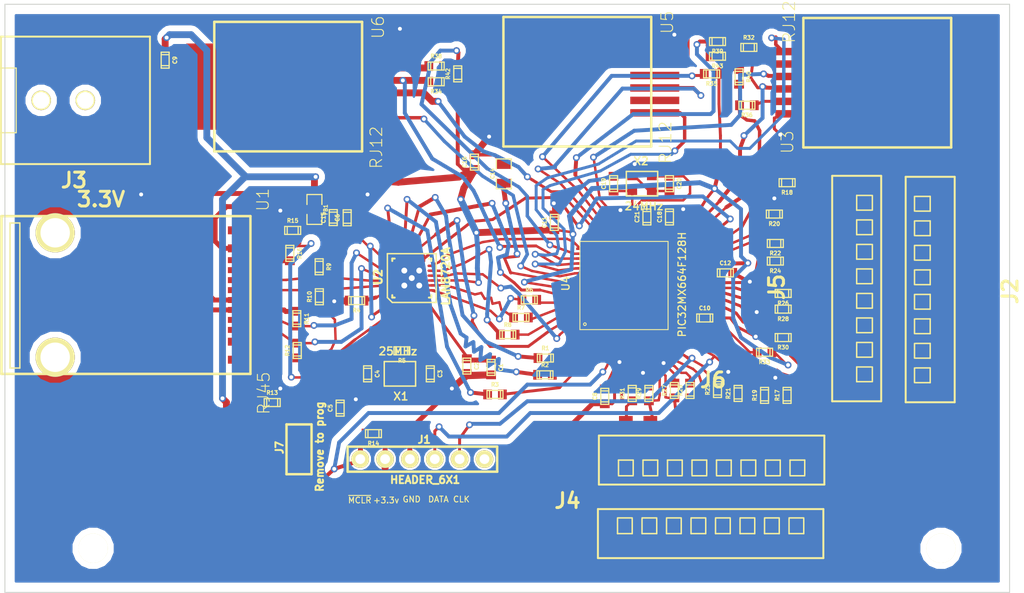
<source format=kicad_pcb>
(kicad_pcb (version 3) (host pcbnew "(2013-jul-07)-stable")
  (layers (15 F.Cu signal) (0 B.Cu signal) (18 B.Paste user) (19 F.Paste user) (20 B.SilkS user) (21 F.SilkS user) (22 B.Mask user) (23 F.Mask user) (28 Edge.Cuts user))
  (net 0 "")
  (net 1 +3.3v)
  (net 2 ACCEL1_VDD)
  (net 3 ACCEL2_VDD)
  (net 4 ACCEL3_VDD)
  (net 5 AVDD)
  (net 6 ECRSDV)
  (net 7 EMDC)
  (net 8 EMDIO)
  (net 9 EREFCLK)
  (net 10 ERXD0)
  (net 11 ERXD1)
  (net 12 ERXERR)
  (net 13 ETXD0)
  (net 14 ETXD1)
  (net 15 ETXEN)
  (net 16 GND)
  (net 17 GreenLED)
  (net 18 ICSPCLK_RB1)
  (net 19 ICSPDAT_RB0)
  (net 20 INT0)
  (net 21 INT1)
  (net 22 INT4)
  (net 23 N-0000020)
  (net 24 N-0000021)
  (net 25 N-0000022)
  (net 26 N-0000023)
  (net 27 N-0000031)
  (net 28 N-0000032)
  (net 29 N-0000035)
  (net 30 N-0000040)
  (net 31 N-0000044)
  (net 32 N-0000057)
  (net 33 N-0000067)
  (net 34 N-0000068)
  (net 35 N-0000069)
  (net 36 N-0000071)
  (net 37 N-0000072)
  (net 38 N-0000073)
  (net 39 N-0000076)
  (net 40 N-0000083)
  (net 41 N-0000085)
  (net 42 N-0000088)
  (net 43 RB10)
  (net 44 RB11)
  (net 45 RB12)
  (net 46 RB13)
  (net 47 RB14)
  (net 48 RB2)
  (net 49 RB3)
  (net 50 RB4)
  (net 51 RB5)
  (net 52 RB6)
  (net 53 RB7)
  (net 54 RB8)
  (net 55 RB9)
  (net 56 RXN)
  (net 57 RXP)
  (net 58 SCL1)
  (net 59 SCL3)
  (net 60 SCL5)
  (net 61 SDA1)
  (net 62 SDA3)
  (net 63 SDA5)
  (net 64 TXN)
  (net 65 TXP)
  (net 66 YellowLED)
  (net 67 nRST)
  (net 68 ~MCLR~)
  (module TED_crystal_TSX3225 (layer F.Cu) (at 150.5 79.8)
    (fp_text reference X2 (at -0.1 -2.3) (layer F.SilkS) (effects (font (size 0.8 0.8))))
    (fp_text value 24MHz (at 0.2 2.3) (layer F.SilkS) (effects (font (size 0.8 0.8))))
    (pad 1 smd rect (at -1 0.75) (size 1 0.8) (layers F.Cu F.Paste F.Mask) (net 23 N-0000020))
    (pad 2 smd rect (at 1 0.75) (size 1 0.8) (layers F.Cu F.Paste F.Mask) (net 16 GND))
    (pad 4 smd rect (at -1 -0.75) (size 1 0.8) (layers F.Cu F.Paste F.Mask) (net 16 GND))
    (pad 3 smd rect (at 1 -0.75) (size 1 0.8) (layers F.Cu F.Paste F.Mask) (net 29 N-0000035))
  )
  (module TED_crystal_TSX3225 (layer F.Cu) (at 125.8 99.2 180)
    (fp_text reference X1 (at -0.1 -2.3 180) (layer F.SilkS) (effects (font (size 0.8 0.8))))
    (fp_text value 25MHz (at 0.2 2.3 180) (layer F.SilkS) (effects (font (size 0.8 0.8))))
    (pad 1 smd rect (at -1 0.75 180) (size 1 0.8) (layers F.Cu F.Paste F.Mask) (net 31 N-0000044))
    (pad 2 smd rect (at 1 0.75 180) (size 1 0.8) (layers F.Cu F.Paste F.Mask) (net 16 GND))
    (pad 4 smd rect (at -1 -0.75 180) (size 1 0.8) (layers F.Cu F.Paste F.Mask) (net 16 GND))
    (pad 3 smd rect (at 1 -0.75 180) (size 1 0.8) (layers F.Cu F.Paste F.Mask) (net 36 N-0000071))
  )
  (module TED_RJ12_855135002 (layer F.Cu) (at 114.4 69.9 90)
    (fp_text reference U6 (at 6.06 9.17 90) (layer F.SilkS) (effects (font (size 1.2 1.2) (thickness 0.09906))))
    (fp_text value RJ12 (at -6.21 8.99 90) (layer F.SilkS) (effects (font (size 1.2 1.2) (thickness 0.09906))))
    (pad 6 smd rect (at -3.175 7.9 90) (size 0.76 5) (layers F.Cu F.Paste F.Mask) (net 2 ACCEL1_VDD) (clearance 0.2))
    (pad 4 smd rect (at -0.635 7.9 90) (size 0.76 5) (layers F.Cu F.Paste F.Mask) (net 20 INT0) (clearance 0.2))
    (pad 2 smd rect (at 1.905 7.9 90) (size 0.76 5) (layers F.Cu F.Paste F.Mask) (net 41 N-0000085) (clearance 0.2))
    (pad 3 smd rect (at 0.635 7.9 90) (size 0.76 5) (layers F.Cu F.Paste F.Mask) (net 59 SCL3) (clearance 0.2))
    (pad 1 smd rect (at 3.175 7.9 90) (size 0.76 5) (layers F.Cu F.Paste F.Mask) (net 16 GND) (clearance 0.2))
    (pad 5 smd rect (at -1.905 7.9 90) (size 0.76 5) (layers F.Cu F.Paste F.Mask) (clearance 0.2))
    (pad PAD smd rect (at 0 -8.15 90) (size 8.8 4.5) (layers F.Cu F.Paste F.Mask))
  )
  (module TED_RJ12_855135002 (layer F.Cu) (at 143.9 69.4 90)
    (fp_text reference U5 (at 6.06 9.17 90) (layer F.SilkS) (effects (font (size 1.2 1.2) (thickness 0.09906))))
    (fp_text value RJ12 (at -6.21 8.99 90) (layer F.SilkS) (effects (font (size 1.2 1.2) (thickness 0.09906))))
    (pad 6 smd rect (at -3.175 7.9 90) (size 0.76 5) (layers F.Cu F.Paste F.Mask) (net 3 ACCEL2_VDD) (clearance 0.2))
    (pad 4 smd rect (at -0.635 7.9 90) (size 0.76 5) (layers F.Cu F.Paste F.Mask) (net 22 INT4) (clearance 0.2))
    (pad 2 smd rect (at 1.905 7.9 90) (size 0.76 5) (layers F.Cu F.Paste F.Mask) (net 40 N-0000083) (clearance 0.2))
    (pad 3 smd rect (at 0.635 7.9 90) (size 0.76 5) (layers F.Cu F.Paste F.Mask) (net 58 SCL1) (clearance 0.2))
    (pad 1 smd rect (at 3.175 7.9 90) (size 0.76 5) (layers F.Cu F.Paste F.Mask) (net 16 GND) (clearance 0.2))
    (pad 5 smd rect (at -1.905 7.9 90) (size 0.76 5) (layers F.Cu F.Paste F.Mask) (clearance 0.2))
    (pad PAD smd rect (at 0 -8.15 90) (size 8.8 4.5) (layers F.Cu F.Paste F.Mask))
  )
  (module TED_RJ12_855135002 (layer F.Cu) (at 174.5 69.5 270)
    (fp_text reference U3 (at 6.06 9.17 270) (layer F.SilkS) (effects (font (size 1.2 1.2) (thickness 0.09906))))
    (fp_text value RJ12 (at -6.21 8.99 270) (layer F.SilkS) (effects (font (size 1.2 1.2) (thickness 0.09906))))
    (pad 6 smd rect (at -3.175 7.9 270) (size 0.76 5) (layers F.Cu F.Paste F.Mask) (net 4 ACCEL3_VDD) (clearance 0.2))
    (pad 4 smd rect (at -0.635 7.9 270) (size 0.76 5) (layers F.Cu F.Paste F.Mask) (net 21 INT1) (clearance 0.2))
    (pad 2 smd rect (at 1.905 7.9 270) (size 0.76 5) (layers F.Cu F.Paste F.Mask) (net 42 N-0000088) (clearance 0.2))
    (pad 3 smd rect (at 0.635 7.9 270) (size 0.76 5) (layers F.Cu F.Paste F.Mask) (net 60 SCL5) (clearance 0.2))
    (pad 1 smd rect (at 3.175 7.9 270) (size 0.76 5) (layers F.Cu F.Paste F.Mask) (net 16 GND) (clearance 0.2))
    (pad 5 smd rect (at -1.905 7.9 270) (size 0.76 5) (layers F.Cu F.Paste F.Mask) (clearance 0.2))
    (pad PAD smd rect (at 0 -8.15 270) (size 8.8 4.5) (layers F.Cu F.Paste F.Mask))
  )
  (module TED_JUMPER_2x1_SMD (layer F.Cu) (at 115.5 106.9 90)
    (fp_text reference J7 (at 0.1778 -1.98628 90) (layer F.SilkS) (effects (font (size 0.762 0.762) (thickness 0.1905))))
    (fp_text value "Remove to prog" (at 0.26924 2.11328 90) (layer F.SilkS) (effects (font (size 0.762 0.762) (thickness 0.1905))))
    (pad 2 smd rect (at 1.27 1.27 90) (size 0.9906 2.54) (layers F.Cu F.Paste F.Mask) (net 30 N-0000040) (clearance 0.508))
    (pad 1 smd rect (at -1.27 -1.27 90) (size 0.9906 2.54) (layers F.Cu F.Paste F.Mask) (net 68 ~MCLR~) (clearance 0.508))
  )
  (module TED_Terminal_8x1_1814760 (layer F.Cu) (at 157.6 108)
    (fp_text reference J6 (at 0.15748 -8.15848) (layer F.SilkS) (effects (font (size 1.524 1.524) (thickness 0.3048))))
    (fp_text value TERMINAL_8X1 hide)
    (pad 8 smd rect (at 8.75 -2.8) (size 1.4 3.4) (layers F.Cu F.Paste F.Mask) (net 53 RB7))
    (pad 7 smd rect (at 6.25 -2.8) (size 1.4 3.4) (layers F.Cu F.Paste F.Mask) (net 52 RB6))
    (pad 6 smd rect (at 3.75 -2.8) (size 1.4 3.4) (layers F.Cu F.Paste F.Mask) (net 19 ICSPDAT_RB0))
    (pad 1 smd rect (at -8.75 -2.8) (size 1.4 3.4) (layers F.Cu F.Paste F.Mask) (net 51 RB5))
    (pad 3 smd rect (at -3.75 -2.8) (size 1.4 3.4) (layers F.Cu F.Paste F.Mask) (net 49 RB3))
    (pad 2 smd rect (at -6.25 -2.8) (size 1.4 3.4) (layers F.Cu F.Paste F.Mask) (net 50 RB4))
    (pad PAD smd rect (at 11.7 0.35) (size 2.3 5.6) (layers F.Cu F.Paste F.Mask))
    (pad 4 smd rect (at -1.25 -2.8) (size 1.4 3.4) (layers F.Cu F.Paste F.Mask) (net 48 RB2))
    (pad 5 smd rect (at 1.25 -2.8) (size 1.4 3.4) (layers F.Cu F.Paste F.Mask) (net 18 ICSPCLK_RB1))
    (pad PAD smd rect (at -11.7 0.35) (size 2.3 5.6) (layers F.Cu F.Paste F.Mask))
  )
  (module TED_Terminal_8x1_1814760 (layer F.Cu) (at 172.4 90.5 90)
    (fp_text reference J5 (at 0.15748 -8.15848 90) (layer F.SilkS) (effects (font (size 1.524 1.524) (thickness 0.3048))))
    (fp_text value TERMINAL_8X1 hide)
    (pad 8 smd rect (at 8.75 -2.8 90) (size 1.4 3.4) (layers F.Cu F.Paste F.Mask))
    (pad 7 smd rect (at 6.25 -2.8 90) (size 1.4 3.4) (layers F.Cu F.Paste F.Mask) (net 47 RB14))
    (pad 6 smd rect (at 3.75 -2.8 90) (size 1.4 3.4) (layers F.Cu F.Paste F.Mask) (net 46 RB13))
    (pad 1 smd rect (at -8.75 -2.8 90) (size 1.4 3.4) (layers F.Cu F.Paste F.Mask) (net 54 RB8))
    (pad 3 smd rect (at -3.75 -2.8 90) (size 1.4 3.4) (layers F.Cu F.Paste F.Mask) (net 43 RB10))
    (pad 2 smd rect (at -6.25 -2.8 90) (size 1.4 3.4) (layers F.Cu F.Paste F.Mask) (net 55 RB9))
    (pad PAD smd rect (at 11.7 0.35 90) (size 2.3 5.6) (layers F.Cu F.Paste F.Mask))
    (pad 4 smd rect (at -1.25 -2.8 90) (size 1.4 3.4) (layers F.Cu F.Paste F.Mask) (net 44 RB11))
    (pad 5 smd rect (at 1.25 -2.8 90) (size 1.4 3.4) (layers F.Cu F.Paste F.Mask) (net 45 RB12))
    (pad PAD smd rect (at -11.7 0.35 90) (size 2.3 5.6) (layers F.Cu F.Paste F.Mask))
  )
  (module TED_Terminal_8x1_1814760 (layer F.Cu) (at 157.5 115.5 180)
    (fp_text reference J4 (at 14.6 3.35 180) (layer F.SilkS) (effects (font (size 1.524 1.524) (thickness 0.3048))))
    (fp_text value TERMINAL_8X1 hide)
    (pad 8 smd rect (at 8.75 -2.8 180) (size 1.4 3.4) (layers F.Cu F.Paste F.Mask) (net 1 +3.3v))
    (pad 7 smd rect (at 6.25 -2.8 180) (size 1.4 3.4) (layers F.Cu F.Paste F.Mask) (net 1 +3.3v))
    (pad 6 smd rect (at 3.75 -2.8 180) (size 1.4 3.4) (layers F.Cu F.Paste F.Mask) (net 1 +3.3v))
    (pad 1 smd rect (at -8.75 -2.8 180) (size 1.4 3.4) (layers F.Cu F.Paste F.Mask) (net 1 +3.3v))
    (pad 3 smd rect (at -3.75 -2.8 180) (size 1.4 3.4) (layers F.Cu F.Paste F.Mask) (net 1 +3.3v))
    (pad 2 smd rect (at -6.25 -2.8 180) (size 1.4 3.4) (layers F.Cu F.Paste F.Mask) (net 1 +3.3v))
    (pad PAD smd rect (at 11.7 0.35 180) (size 2.3 5.6) (layers F.Cu F.Paste F.Mask))
    (pad 4 smd rect (at -1.25 -2.8 180) (size 1.4 3.4) (layers F.Cu F.Paste F.Mask) (net 1 +3.3v))
    (pad 5 smd rect (at 1.25 -2.8 180) (size 1.4 3.4) (layers F.Cu F.Paste F.Mask) (net 1 +3.3v))
    (pad PAD smd rect (at -11.7 0.35 180) (size 2.3 5.6) (layers F.Cu F.Paste F.Mask))
  )
  (module TED_Terminal_8x1_1814760 (layer F.Cu) (at 179.9 90.6 270)
    (fp_text reference J2 (at 0.15748 -8.15848 270) (layer F.SilkS) (effects (font (size 1.524 1.524) (thickness 0.3048))))
    (fp_text value TERMINAL_8X1 hide)
    (pad 8 smd rect (at 8.75 -2.8 270) (size 1.4 3.4) (layers F.Cu F.Paste F.Mask))
    (pad 7 smd rect (at 6.25 -2.8 270) (size 1.4 3.4) (layers F.Cu F.Paste F.Mask) (net 1 +3.3v))
    (pad 6 smd rect (at 3.75 -2.8 270) (size 1.4 3.4) (layers F.Cu F.Paste F.Mask) (net 1 +3.3v))
    (pad 1 smd rect (at -8.75 -2.8 270) (size 1.4 3.4) (layers F.Cu F.Paste F.Mask) (net 1 +3.3v))
    (pad 3 smd rect (at -3.75 -2.8 270) (size 1.4 3.4) (layers F.Cu F.Paste F.Mask) (net 1 +3.3v))
    (pad 2 smd rect (at -6.25 -2.8 270) (size 1.4 3.4) (layers F.Cu F.Paste F.Mask) (net 1 +3.3v))
    (pad PAD smd rect (at 11.7 0.35 270) (size 2.3 5.6) (layers F.Cu F.Paste F.Mask))
    (pad 4 smd rect (at -1.25 -2.8 270) (size 1.4 3.4) (layers F.Cu F.Paste F.Mask) (net 1 +3.3v))
    (pad 5 smd rect (at 1.25 -2.8 270) (size 1.4 3.4) (layers F.Cu F.Paste F.Mask) (net 1 +3.3v))
    (pad PAD smd rect (at -11.7 0.35 270) (size 2.3 5.6) (layers F.Cu F.Paste F.Mask))
  )
  (module TED_Hole_3mm (layer F.Cu) (at 181 117)
    (fp_text reference H2 hide)
    (fp_text value HOLE hide)
    (pad "" np_thru_hole circle (at 0 0) (size 3 3) (drill 3) (layers *.Cu *.Mask F.SilkS))
  )
  (module TED_Hole_3mm (layer F.Cu) (at 94.5 117)
    (fp_text reference H1 hide)
    (fp_text value HOLE hide)
    (pad "" np_thru_hole circle (at 0 0) (size 3 3) (drill 3) (layers *.Cu *.Mask F.SilkS))
  )
  (module TED_SM0805 (layer F.Cu) (at 136.4 78.8 90)
    (fp_text reference C14 (at 0.0254 -1.14808 90) (layer F.SilkS) (effects (font (size 0.381 0.381) (thickness 0.09398))))
    (fp_text value 10uF hide)
    (pad 1 smd rect (at -0.9525 0 90) (size 0.889 1.397) (layers F.Cu F.Paste F.Mask) (net 39 N-0000076))
    (pad 2 smd rect (at 0.9525 0 90) (size 0.889 1.397) (layers F.Cu F.Paste F.Mask) (net 16 GND))
  )
  (module TED_SM0805 (layer F.Cu) (at 117.08 82.43 270)
    (fp_text reference FB1 (at 0.0254 -1.14808 270) (layer F.SilkS) (effects (font (size 0.381 0.381) (thickness 0.09398))))
    (fp_text value 500mA hide)
    (pad 1 smd rect (at -0.9525 0 270) (size 0.889 1.397) (layers F.Cu F.Paste F.Mask) (net 1 +3.3v))
    (pad 2 smd rect (at 0.9525 0 270) (size 0.889 1.397) (layers F.Cu F.Paste F.Mask) (net 5 AVDD))
  )
  (module TED_QFN24 (layer F.Cu) (at 127.01 89.43 90)
    (fp_text reference U2 (at 0.1 -3.425 90) (layer F.SilkS) (effects (font (size 0.8 0.8) (thickness 0.2))))
    (fp_text value LAN8720A (at 0.175 3.475 90) (layer F.SilkS) (effects (font (size 0.8 0.8) (thickness 0.2))))
    (pad 25 smd rect (at 0 0) (size 2.49936 2.49936) (layers F.Cu F.Paste F.Mask) (net 16 GND))
    (pad 1 smd oval (at -1.99898 -1.24968 90) (size 0.8001 0.24892) (layers F.Cu F.Paste F.Mask) (net 5 AVDD))
    (pad 2 smd oval (at -1.99898 -0.7493 90) (size 0.8001 0.24892) (layers F.Cu F.Paste F.Mask) (net 24 N-0000021))
    (pad 3 smd oval (at -1.99898 -0.24892 90) (size 0.8001 0.24892) (layers F.Cu F.Paste F.Mask) (net 26 N-0000023))
    (pad 4 smd oval (at -1.99898 0.24892 90) (size 0.8001 0.24892) (layers F.Cu F.Paste F.Mask) (net 36 N-0000071))
    (pad 5 smd oval (at -1.99898 0.7493 90) (size 0.8001 0.24892) (layers F.Cu F.Paste F.Mask) (net 31 N-0000044))
    (pad 6 smd oval (at -1.99898 1.24968 90) (size 0.8001 0.24892) (layers F.Cu F.Paste F.Mask) (net 37 N-0000072))
    (pad 7 smd oval (at -1.24968 1.99898 180) (size 0.8001 0.24892) (layers F.Cu F.Paste F.Mask) (net 28 N-0000032))
    (pad 8 smd oval (at -0.7493 1.99898 180) (size 0.8001 0.24892) (layers F.Cu F.Paste F.Mask) (net 27 N-0000031))
    (pad 9 smd oval (at -0.24892 1.99898 180) (size 0.8001 0.24892) (layers F.Cu F.Paste F.Mask) (net 1 +3.3v))
    (pad 10 smd oval (at 0.24892 1.99898 180) (size 0.8001 0.24892) (layers F.Cu F.Paste F.Mask) (net 12 ERXERR))
    (pad 11 smd oval (at 0.7493 1.99898 180) (size 0.8001 0.24892) (layers F.Cu F.Paste F.Mask) (net 38 N-0000073))
    (pad 12 smd oval (at 1.24968 1.99898 180) (size 0.8001 0.24892) (layers F.Cu F.Paste F.Mask) (net 8 EMDIO))
    (pad 13 smd oval (at 1.99898 1.24968 270) (size 0.8001 0.24892) (layers F.Cu F.Paste F.Mask) (net 7 EMDC))
    (pad 14 smd oval (at 1.99898 0.7493 270) (size 0.8001 0.24892) (layers F.Cu F.Paste F.Mask) (net 9 EREFCLK))
    (pad 15 smd oval (at 1.99898 0.24892 270) (size 0.8001 0.24892) (layers F.Cu F.Paste F.Mask) (net 67 nRST))
    (pad 16 smd oval (at 1.99898 -0.24892 270) (size 0.8001 0.24892) (layers F.Cu F.Paste F.Mask) (net 33 N-0000067))
    (pad 17 smd oval (at 1.99898 -0.7493 270) (size 0.8001 0.24892) (layers F.Cu F.Paste F.Mask) (net 34 N-0000068))
    (pad 18 smd oval (at 1.99898 -1.24968 270) (size 0.8001 0.24892) (layers F.Cu F.Paste F.Mask) (net 35 N-0000069))
    (pad 19 smd oval (at 1.24968 -1.99898) (size 0.8001 0.24892) (layers F.Cu F.Paste F.Mask) (net 5 AVDD))
    (pad 20 smd oval (at 0.7493 -1.99898) (size 0.8001 0.24892) (layers F.Cu F.Paste F.Mask) (net 64 TXN))
    (pad 21 smd oval (at 0.24892 -1.99898) (size 0.8001 0.24892) (layers F.Cu F.Paste F.Mask) (net 65 TXP))
    (pad 22 smd oval (at -0.24892 -1.99898) (size 0.8001 0.24892) (layers F.Cu F.Paste F.Mask) (net 56 RXN))
    (pad 23 smd oval (at -0.7493 -1.99898) (size 0.8001 0.24892) (layers F.Cu F.Paste F.Mask) (net 57 RXP))
    (pad 24 smd oval (at -1.24968 -1.99898) (size 0.8001 0.24892) (layers F.Cu F.Paste F.Mask) (net 25 N-0000022))
    (pad 25 thru_hole circle (at 0 0) (size 0.6 0.6) (drill 0.6) (layers *.Cu) (net 16 GND))
    (pad 25 thru_hole circle (at 0.762 -0.762) (size 0.6 0.6) (drill 0.6) (layers *.Cu) (net 16 GND))
    (pad 25 thru_hole circle (at -0.762 -0.762) (size 0.6 0.6) (drill 0.6) (layers *.Cu) (net 16 GND))
    (pad 25 thru_hole circle (at 0.762 0.762) (size 0.6 0.6) (drill 0.6) (layers *.Cu) (net 16 GND))
    (pad 25 thru_hole circle (at -0.762 0.762) (size 0.6 0.6) (drill 0.6) (layers *.Cu) (net 16 GND))
    (pad 25 smd rect (at 0 0) (size 2.49936 2.49936) (layers B.Cu B.Paste B.Mask) (net 16 GND))
  )
  (module TED_RJ45_12pin_SMD (layer F.Cu) (at 97.85 91.16 270)
    (fp_text reference U1 (at -9.73 -13.97 270) (layer F.SilkS) (effects (font (size 1.2 1.2) (thickness 0.09906))))
    (fp_text value RJ45 (at 10.01 -14.06 270) (layer F.SilkS) (effects (font (size 1.2 1.2) (thickness 0.09906))))
    (pad 12 smd rect (at -6.6 -12.7 270) (size 0.81 4.6) (layers F.Cu F.Paste F.Mask) (net 17 GreenLED) (clearance 0.2))
    (pad 11 smd rect (at -4.76 -12.7 270) (size 0.81 4.6) (layers F.Cu F.Paste F.Mask) (net 16 GND) (clearance 0.2))
    (pad 10 smd rect (at -3.56 -12.7 270) (size 0.61 4.6) (layers F.Cu F.Paste F.Mask) (net 16 GND) (clearance 0.2))
    (pad 9 smd rect (at -2.54 -12.7 270) (size 0.61 4.6) (layers F.Cu F.Paste F.Mask) (clearance 0.2))
    (pad 7 smd rect (at -0.5 -12.7 270) (size 0.61 4.6) (layers F.Cu F.Paste F.Mask) (net 57 RXP) (clearance 0.2))
    (pad 3 smd rect (at 3.56 -12.7 270) (size 0.61 4.6) (layers F.Cu F.Paste F.Mask) (net 65 TXP) (clearance 0.2))
    (pad 5 smd rect (at 1.52 -12.7 270) (size 0.61 4.6) (layers F.Cu F.Paste F.Mask) (net 5 AVDD) (clearance 0.2))
    (pad 1 smd rect (at 6.6 -12.7 270) (size 0.81 4.6) (layers F.Cu F.Paste F.Mask) (net 66 YellowLED) (clearance 0.2))
    (pad 2 smd rect (at 4.76 -12.7 270) (size 0.81 4.6) (layers F.Cu F.Paste F.Mask) (net 16 GND) (clearance 0.2))
    (pad 6 smd rect (at 0.51 -12.7 270) (size 0.61 4.6) (layers F.Cu F.Paste F.Mask) (net 5 AVDD) (clearance 0.2))
    (pad 4 smd rect (at 2.54 -12.7 270) (size 0.61 4.6) (layers F.Cu F.Paste F.Mask) (net 64 TXN) (clearance 0.2))
    (pad "" np_thru_hole circle (at 6.35 7.22 270) (size 4 4) (drill 3) (layers *.Cu *.Mask F.SilkS) (clearance 0.3))
    (pad "" np_thru_hole circle (at -6.35 7.22 270) (size 4 4) (drill 3) (layers *.Cu *.Mask F.SilkS) (clearance 0.3))
    (pad 8 smd rect (at -1.52 -12.7 270) (size 0.61 4.6) (layers F.Cu F.Paste F.Mask) (net 56 RXN) (clearance 0.2))
    (pad "" connect rect (at -9.3 7.22 270) (size 2.5 3.9) (layers F.Cu F.Mask))
    (pad "" connect rect (at 9.3 7.22 270) (size 2.5 3.9) (layers F.Cu F.Mask))
  )
  (module TED_DC_2.1mm_SMT (layer F.Cu) (at 92.7 71.3 180)
    (fp_text reference J3 (at 0.15748 -8.15848 180) (layer F.SilkS) (effects (font (size 1.524 1.524) (thickness 0.3048))))
    (fp_text value "Logic DC_2.1MM" hide)
    (pad "" np_thru_hole circle (at -1.00076 0 180) (size 1.99898 1.99898) (drill 1.69926) (layers *.Cu *.Mask F.SilkS))
    (pad 1 smd rect (at 3.50012 5.4102 180) (size 1.99898 1.99898) (layers F.Cu F.Paste F.Mask) (net 1 +3.3v))
    (pad 1 smd rect (at -2.60096 5.4102 180) (size 1.99898 1.99898) (layers F.Cu F.Paste F.Mask) (net 1 +3.3v))
    (pad 2 smd rect (at 3.50012 -5.41528 180) (size 1.99898 1.99898) (layers F.Cu F.Paste F.Mask) (net 16 GND))
    (pad 3 smd rect (at -2.60096 -5.41528 180) (size 1.99898 1.99898) (layers F.Cu F.Paste F.Mask))
    (pad "" np_thru_hole circle (at 3.50012 0 180) (size 1.99898 1.99898) (drill 1.69926) (layers *.Cu *.Mask F.SilkS))
  )
  (module TED_HEADER_6x1_BOTTOM (layer F.Cu) (at 128.1 107.9)
    (fp_text reference J1 (at 0.1778 -1.98628) (layer F.SilkS) (effects (font (size 0.762 0.762) (thickness 0.1905))))
    (fp_text value HEADER_6X1 (at 0.26924 2.11328) (layer F.SilkS) (effects (font (size 0.762 0.762) (thickness 0.1905))))
    (pad 5 thru_hole circle (at 3.78968 0) (size 1.8 1.8) (drill 1) (layers *.Mask F.Cu F.SilkS) (net 18 ICSPCLK_RB1))
    (pad 6 thru_hole circle (at 6.32968 0) (size 1.8 1.8) (drill 1) (layers *.Mask F.Cu F.SilkS))
    (pad 1 thru_hole circle (at -6.35 0) (size 1.8 1.8) (drill 1) (layers *.Mask F.Cu F.SilkS) (net 68 ~MCLR~))
    (pad 2 thru_hole circle (at -3.81 0) (size 1.8 1.8) (drill 1) (layers *.Mask F.Cu F.SilkS) (net 1 +3.3v))
    (pad 4 thru_hole circle (at 1.25984 0) (size 1.8 1.8) (drill 1) (layers *.Mask F.Cu F.SilkS) (net 19 ICSPDAT_RB0))
    (pad 3 thru_hole circle (at -1.28016 0) (size 1.8 1.8) (drill 1) (layers *.Mask F.Cu F.SilkS) (net 16 GND))
  )
  (module TED_QFN64+1 (layer F.Cu) (at 148.66 90.19 90)
    (fp_text reference U4 (at 0.2 -5.95 90) (layer F.SilkS) (effects (font (size 0.762 0.762) (thickness 0.127))))
    (fp_text value PIC32MX664F128H (at 0.1 5.925 90) (layer F.SilkS) (effects (font (size 0.762 0.762) (thickness 0.127))))
    (pad 15 smd rect (at -4.45 3.25 180) (size 0.25 0.85) (layers F.Cu F.Paste F.Mask) (net 18 ICSPCLK_RB1))
    (pad 16 smd rect (at -4.45 3.75 180) (size 0.25 0.85) (layers F.Cu F.Paste F.Mask) (net 19 ICSPDAT_RB0))
    (pad 9 smd rect (at -4.45 0.25 180) (size 0.25 0.85) (layers F.Cu F.Paste F.Mask) (net 16 GND))
    (pad 10 smd rect (at -4.45 0.75 180) (size 0.25 0.85) (layers F.Cu F.Paste F.Mask) (net 1 +3.3v))
    (pad 12 smd rect (at -4.45 1.75 180) (size 0.25 0.85) (layers F.Cu F.Paste F.Mask) (net 50 RB4))
    (pad 11 smd rect (at -4.45 1.25 180) (size 0.25 0.85) (layers F.Cu F.Paste F.Mask) (net 51 RB5))
    (pad 14 smd rect (at -4.45 2.75 180) (size 0.25 0.85) (layers F.Cu F.Paste F.Mask) (net 48 RB2))
    (pad 13 smd rect (at -4.45 2.25 180) (size 0.25 0.85) (layers F.Cu F.Paste F.Mask) (net 49 RB3))
    (pad 5 smd rect (at -4.45 -1.75 180) (size 0.25 0.85) (layers F.Cu F.Paste F.Mask))
    (pad 6 smd rect (at -4.45 -1.25 180) (size 0.25 0.85) (layers F.Cu F.Paste F.Mask))
    (pad 8 smd rect (at -4.45 -0.25 180) (size 0.25 0.85) (layers F.Cu F.Paste F.Mask))
    (pad 7 smd rect (at -4.45 -0.75 180) (size 0.25 0.85) (layers F.Cu F.Paste F.Mask) (net 68 ~MCLR~))
    (pad 3 smd rect (at -4.45 -2.75 180) (size 0.25 0.85) (layers F.Cu F.Paste F.Mask) (net 14 ETXD1))
    (pad 4 smd rect (at -4.45 -2.25 180) (size 0.25 0.85) (layers F.Cu F.Paste F.Mask))
    (pad 2 smd rect (at -4.45 -3.25 180) (size 0.25 0.85) (layers F.Cu F.Paste F.Mask) (net 13 ETXD0))
    (pad 1 smd rect (at -4.45 -3.75 180) (size 0.25 0.85) (layers F.Cu F.Paste F.Mask) (net 15 ETXEN))
    (pad 64 smd rect (at -3.75 -4.45 270) (size 0.25 0.85) (layers F.Cu F.Paste F.Mask) (net 12 ERXERR))
    (pad 63 smd rect (at -3.25 -4.45 270) (size 0.25 0.85) (layers F.Cu F.Paste F.Mask) (net 9 EREFCLK))
    (pad 61 smd rect (at -2.25 -4.45 270) (size 0.25 0.85) (layers F.Cu F.Paste F.Mask) (net 10 ERXD0))
    (pad 62 smd rect (at -2.75 -4.45 270) (size 0.25 0.85) (layers F.Cu F.Paste F.Mask) (net 6 ECRSDV))
    (pad 58 smd rect (at -0.75 -4.45 270) (size 0.25 0.85) (layers F.Cu F.Paste F.Mask) (net 67 nRST))
    (pad 57 smd rect (at -0.25 -4.45 270) (size 0.25 0.85) (layers F.Cu F.Paste F.Mask) (net 1 +3.3v))
    (pad 59 smd rect (at -1.25 -4.45 270) (size 0.25 0.85) (layers F.Cu F.Paste F.Mask))
    (pad 60 smd rect (at -1.75 -4.45 270) (size 0.25 0.85) (layers F.Cu F.Paste F.Mask) (net 11 ERXD1))
    (pad 52 smd rect (at 2.25 -4.45 270) (size 0.25 0.85) (layers F.Cu F.Paste F.Mask) (net 4 ACCEL3_VDD))
    (pad 51 smd rect (at 2.75 -4.45 270) (size 0.25 0.85) (layers F.Cu F.Paste F.Mask) (net 59 SCL3))
    (pad 54 smd rect (at 1.25 -4.45 270) (size 0.25 0.85) (layers F.Cu F.Paste F.Mask) (net 2 ACCEL1_VDD))
    (pad 53 smd rect (at 1.75 -4.45 270) (size 0.25 0.85) (layers F.Cu F.Paste F.Mask) (net 3 ACCEL2_VDD))
    (pad 55 smd rect (at 0.75 -4.45 270) (size 0.25 0.85) (layers F.Cu F.Paste F.Mask))
    (pad 56 smd rect (at 0.25 -4.45 270) (size 0.25 0.85) (layers F.Cu F.Paste F.Mask) (net 39 N-0000076))
    (pad 49 smd rect (at 3.75 -4.45 270) (size 0.25 0.85) (layers F.Cu F.Paste F.Mask) (net 8 EMDIO))
    (pad 50 smd rect (at 3.25 -4.45 270) (size 0.25 0.85) (layers F.Cu F.Paste F.Mask) (net 62 SDA3))
    (pad 48 smd rect (at 4.45 -3.75 180) (size 0.25 0.85) (layers F.Cu F.Paste F.Mask))
    (pad 47 smd rect (at 4.45 -3.25 180) (size 0.25 0.85) (layers F.Cu F.Paste F.Mask))
    (pad 45 smd rect (at 4.45 -2.25 180) (size 0.25 0.85) (layers F.Cu F.Paste F.Mask) (net 22 INT4))
    (pad 46 smd rect (at 4.45 -2.75 180) (size 0.25 0.85) (layers F.Cu F.Paste F.Mask) (net 20 INT0))
    (pad 42 smd rect (at 4.45 -0.75 180) (size 0.25 0.85) (layers F.Cu F.Paste F.Mask) (net 21 INT1))
    (pad 41 smd rect (at 4.45 -0.25 180) (size 0.25 0.85) (layers F.Cu F.Paste F.Mask) (net 16 GND))
    (pad 43 smd rect (at 4.45 -1.25 180) (size 0.25 0.85) (layers F.Cu F.Paste F.Mask) (net 61 SDA1))
    (pad 44 smd rect (at 4.45 -1.75 180) (size 0.25 0.85) (layers F.Cu F.Paste F.Mask) (net 58 SCL1))
    (pad 36 smd rect (at 4.45 2.25 180) (size 0.25 0.85) (layers F.Cu F.Paste F.Mask))
    (pad 35 smd rect (at 4.45 2.75 180) (size 0.25 0.85) (layers F.Cu F.Paste F.Mask) (net 1 +3.3v))
    (pad 38 smd rect (at 4.45 1.25 180) (size 0.25 0.85) (layers F.Cu F.Paste F.Mask) (net 1 +3.3v))
    (pad 37 smd rect (at 4.45 1.75 180) (size 0.25 0.85) (layers F.Cu F.Paste F.Mask))
    (pad 39 smd rect (at 4.45 0.75 180) (size 0.25 0.85) (layers F.Cu F.Paste F.Mask) (net 29 N-0000035))
    (pad 40 smd rect (at 4.45 0.25 180) (size 0.25 0.85) (layers F.Cu F.Paste F.Mask) (net 23 N-0000020))
    (pad 33 smd rect (at 4.45 3.75 180) (size 0.25 0.85) (layers F.Cu F.Paste F.Mask))
    (pad 34 smd rect (at 4.45 3.25 180) (size 0.25 0.85) (layers F.Cu F.Paste F.Mask))
    (pad 31 smd rect (at 3.25 4.45 270) (size 0.25 0.85) (layers F.Cu F.Paste F.Mask) (net 63 SDA5))
    (pad 32 smd rect (at 3.75 4.45 270) (size 0.25 0.85) (layers F.Cu F.Paste F.Mask) (net 60 SCL5))
    (pad 25 smd rect (at 0.25 4.45 270) (size 0.25 0.85) (layers F.Cu F.Paste F.Mask) (net 16 GND))
    (pad 26 smd rect (at 0.75 4.45 270) (size 0.25 0.85) (layers F.Cu F.Paste F.Mask) (net 1 +3.3v))
    (pad 28 smd rect (at 1.75 4.45 270) (size 0.25 0.85) (layers F.Cu F.Paste F.Mask) (net 46 RB13))
    (pad 27 smd rect (at 1.27 4.45 270) (size 0.25 0.85) (layers F.Cu F.Paste F.Mask) (net 45 RB12))
    (pad 30 smd rect (at 2.75 4.45 270) (size 0.25 0.85) (layers F.Cu F.Paste F.Mask) (net 7 EMDC))
    (pad 29 smd rect (at 2.25 4.45 270) (size 0.25 0.85) (layers F.Cu F.Paste F.Mask) (net 47 RB14))
    (pad 21 smd rect (at -1.75 4.45 270) (size 0.25 0.85) (layers F.Cu F.Paste F.Mask) (net 54 RB8))
    (pad 22 smd rect (at -1.25 4.45 270) (size 0.25 0.85) (layers F.Cu F.Paste F.Mask) (net 55 RB9))
    (pad 24 smd rect (at -0.25 4.45 270) (size 0.25 0.85) (layers F.Cu F.Paste F.Mask) (net 44 RB11))
    (pad 23 smd rect (at -0.75 4.45 270) (size 0.25 0.85) (layers F.Cu F.Paste F.Mask) (net 43 RB10))
    (pad 19 smd rect (at -2.75 4.45 270) (size 0.25 0.85) (layers F.Cu F.Paste F.Mask) (net 32 N-0000057))
    (pad 20 smd rect (at -2.25 4.45 270) (size 0.25 0.85) (layers F.Cu F.Paste F.Mask) (net 16 GND))
    (pad 18 smd rect (at -3.25 4.45 270) (size 0.25 0.85) (layers F.Cu F.Paste F.Mask) (net 53 RB7))
    (pad 17 smd rect (at -3.75 4.45 270) (size 0.25 0.85) (layers F.Cu F.Paste F.Mask) (net 52 RB6))
    (pad 65 smd rect (at 0 0 270) (size 7.15 7.15) (layers F.Cu F.Paste F.Mask) (net 16 GND))
  )
  (module TED_SM0603 (layer F.Cu) (at 158.2 66.8 180)
    (fp_text reference R43 (at 0 -1 180) (layer F.SilkS) (effects (font (size 0.4 0.4) (thickness 0.1))))
    (fp_text value 2.4k hide)
    (pad 2 smd rect (at 0.75184 0 180) (size 0.89916 1.00076) (layers F.Cu F.Paste F.Mask) (net 61 SDA1) (clearance 0.1))
    (pad 1 smd rect (at -0.75184 0 180) (size 0.89916 1.00076) (layers F.Cu F.Paste F.Mask) (net 1 +3.3v) (clearance 0.1))
  )
  (module TED_SM0603 (layer F.Cu) (at 131.7 68.6 90)
    (fp_text reference R42 (at 0 -1 90) (layer F.SilkS) (effects (font (size 0.4 0.4) (thickness 0.1))))
    (fp_text value 2.4k hide)
    (pad 2 smd rect (at 0.75184 0 90) (size 0.89916 1.00076) (layers F.Cu F.Paste F.Mask) (net 62 SDA3) (clearance 0.1))
    (pad 1 smd rect (at -0.75184 0 90) (size 0.89916 1.00076) (layers F.Cu F.Paste F.Mask) (net 1 +3.3v) (clearance 0.1))
  )
  (module TED_SM0603 (layer F.Cu) (at 160.4 68.9 270)
    (fp_text reference R40 (at 0 -1 270) (layer F.SilkS) (effects (font (size 0.4 0.4) (thickness 0.1))))
    (fp_text value 2.4k hide)
    (pad 2 smd rect (at 0.75184 0 270) (size 0.89916 1.00076) (layers F.Cu F.Paste F.Mask) (net 63 SDA5) (clearance 0.1))
    (pad 1 smd rect (at -0.75184 0 270) (size 0.89916 1.00076) (layers F.Cu F.Paste F.Mask) (net 1 +3.3v) (clearance 0.1))
  )
  (module TED_SM0603 (layer F.Cu) (at 158.2 65.3 180)
    (fp_text reference R39 (at 0 -1 180) (layer F.SilkS) (effects (font (size 0.4 0.4) (thickness 0.1))))
    (fp_text value 33 hide)
    (pad 2 smd rect (at 0.75184 0 180) (size 0.89916 1.00076) (layers F.Cu F.Paste F.Mask) (net 61 SDA1) (clearance 0.1))
    (pad 1 smd rect (at -0.75184 0 180) (size 0.89916 1.00076) (layers F.Cu F.Paste F.Mask) (net 40 N-0000083) (clearance 0.1))
  )
  (module TED_SM0603 (layer F.Cu) (at 129.5 67.8)
    (fp_text reference R38 (at 0 -1) (layer F.SilkS) (effects (font (size 0.4 0.4) (thickness 0.1))))
    (fp_text value 33 hide)
    (pad 2 smd rect (at 0.75184 0) (size 0.89916 1.00076) (layers F.Cu F.Paste F.Mask) (net 62 SDA3) (clearance 0.1))
    (pad 1 smd rect (at -0.75184 0) (size 0.89916 1.00076) (layers F.Cu F.Paste F.Mask) (net 41 N-0000085) (clearance 0.1))
  )
  (module TED_SM0603 (layer F.Cu) (at 161.2 71.8 180)
    (fp_text reference R36 (at 0 -1 180) (layer F.SilkS) (effects (font (size 0.4 0.4) (thickness 0.1))))
    (fp_text value 33 hide)
    (pad 2 smd rect (at 0.75184 0 180) (size 0.89916 1.00076) (layers F.Cu F.Paste F.Mask) (net 63 SDA5) (clearance 0.1))
    (pad 1 smd rect (at -0.75184 0 180) (size 0.89916 1.00076) (layers F.Cu F.Paste F.Mask) (net 42 N-0000088) (clearance 0.1))
  )
  (module TED_SM0603 (layer F.Cu) (at 157.6 68.6 180)
    (fp_text reference R35 (at 0 -1 180) (layer F.SilkS) (effects (font (size 0.4 0.4) (thickness 0.1))))
    (fp_text value 2.4k hide)
    (pad 2 smd rect (at 0.75184 0 180) (size 0.89916 1.00076) (layers F.Cu F.Paste F.Mask) (net 58 SCL1) (clearance 0.1))
    (pad 1 smd rect (at -0.75184 0 180) (size 0.89916 1.00076) (layers F.Cu F.Paste F.Mask) (net 1 +3.3v) (clearance 0.1))
  )
  (module TED_SM0603 (layer F.Cu) (at 129.5 69.4 180)
    (fp_text reference R34 (at 0 -1 180) (layer F.SilkS) (effects (font (size 0.4 0.4) (thickness 0.1))))
    (fp_text value 2.4k hide)
    (pad 2 smd rect (at 0.75184 0 180) (size 0.89916 1.00076) (layers F.Cu F.Paste F.Mask) (net 59 SCL3) (clearance 0.1))
    (pad 1 smd rect (at -0.75184 0 180) (size 0.89916 1.00076) (layers F.Cu F.Paste F.Mask) (net 1 +3.3v) (clearance 0.1))
  )
  (module TED_SM0603 (layer F.Cu) (at 161.4 65.9)
    (fp_text reference R32 (at 0 -1) (layer F.SilkS) (effects (font (size 0.4 0.4) (thickness 0.1))))
    (fp_text value 2.4k hide)
    (pad 2 smd rect (at 0.75184 0) (size 0.89916 1.00076) (layers F.Cu F.Paste F.Mask) (net 60 SCL5) (clearance 0.1))
    (pad 1 smd rect (at -0.75184 0) (size 0.89916 1.00076) (layers F.Cu F.Paste F.Mask) (net 1 +3.3v) (clearance 0.1))
  )
  (module TED_SM0603 (layer F.Cu) (at 149.5 101.2 90)
    (fp_text reference R31 (at 0 -1 90) (layer F.SilkS) (effects (font (size 0.4 0.4) (thickness 0.1))))
    (fp_text value 1k hide)
    (pad 2 smd rect (at 0.75184 0 90) (size 0.89916 1.00076) (layers F.Cu F.Paste F.Mask) (net 16 GND) (clearance 0.1))
    (pad 1 smd rect (at -0.75184 0 90) (size 0.89916 1.00076) (layers F.Cu F.Paste F.Mask) (net 51 RB5) (clearance 0.1))
  )
  (module TED_SM0603 (layer F.Cu) (at 164.9 95.5 180)
    (fp_text reference R30 (at 0 -1 180) (layer F.SilkS) (effects (font (size 0.4 0.4) (thickness 0.1))))
    (fp_text value 1k hide)
    (pad 2 smd rect (at 0.75184 0 180) (size 0.89916 1.00076) (layers F.Cu F.Paste F.Mask) (net 16 GND) (clearance 0.1))
    (pad 1 smd rect (at -0.75184 0 180) (size 0.89916 1.00076) (layers F.Cu F.Paste F.Mask) (net 54 RB8) (clearance 0.1))
  )
  (module TED_SM0603 (layer F.Cu) (at 151.2 101.2 90)
    (fp_text reference R29 (at 0 -1 90) (layer F.SilkS) (effects (font (size 0.4 0.4) (thickness 0.1))))
    (fp_text value 1k hide)
    (pad 2 smd rect (at 0.75184 0 90) (size 0.89916 1.00076) (layers F.Cu F.Paste F.Mask) (net 16 GND) (clearance 0.1))
    (pad 1 smd rect (at -0.75184 0 90) (size 0.89916 1.00076) (layers F.Cu F.Paste F.Mask) (net 50 RB4) (clearance 0.1))
  )
  (module TED_SM0603 (layer F.Cu) (at 164.9 92.6 180)
    (fp_text reference R28 (at 0 -1 180) (layer F.SilkS) (effects (font (size 0.4 0.4) (thickness 0.1))))
    (fp_text value 1k hide)
    (pad 2 smd rect (at 0.75184 0 180) (size 0.89916 1.00076) (layers F.Cu F.Paste F.Mask) (net 16 GND) (clearance 0.1))
    (pad 1 smd rect (at -0.75184 0 180) (size 0.89916 1.00076) (layers F.Cu F.Paste F.Mask) (net 55 RB9) (clearance 0.1))
  )
  (module TED_SM0603 (layer F.Cu) (at 153.8 100.9 90)
    (fp_text reference R27 (at 0 -1 90) (layer F.SilkS) (effects (font (size 0.4 0.4) (thickness 0.1))))
    (fp_text value 1k hide)
    (pad 2 smd rect (at 0.75184 0 90) (size 0.89916 1.00076) (layers F.Cu F.Paste F.Mask) (net 16 GND) (clearance 0.1))
    (pad 1 smd rect (at -0.75184 0 90) (size 0.89916 1.00076) (layers F.Cu F.Paste F.Mask) (net 49 RB3) (clearance 0.1))
  )
  (module TED_SM0603 (layer F.Cu) (at 164.9 91 180)
    (fp_text reference R26 (at 0 -1 180) (layer F.SilkS) (effects (font (size 0.4 0.4) (thickness 0.1))))
    (fp_text value 1k hide)
    (pad 2 smd rect (at 0.75184 0 180) (size 0.89916 1.00076) (layers F.Cu F.Paste F.Mask) (net 16 GND) (clearance 0.1))
    (pad 1 smd rect (at -0.75184 0 180) (size 0.89916 1.00076) (layers F.Cu F.Paste F.Mask) (net 43 RB10) (clearance 0.1))
  )
  (module TED_SM0603 (layer F.Cu) (at 155.4 100.9 90)
    (fp_text reference R25 (at 0 -1 90) (layer F.SilkS) (effects (font (size 0.4 0.4) (thickness 0.1))))
    (fp_text value 1k hide)
    (pad 2 smd rect (at 0.75184 0 90) (size 0.89916 1.00076) (layers F.Cu F.Paste F.Mask) (net 16 GND) (clearance 0.1))
    (pad 1 smd rect (at -0.75184 0 90) (size 0.89916 1.00076) (layers F.Cu F.Paste F.Mask) (net 48 RB2) (clearance 0.1))
  )
  (module TED_SM0603 (layer F.Cu) (at 164.1 87.7 180)
    (fp_text reference R24 (at 0 -1 180) (layer F.SilkS) (effects (font (size 0.4 0.4) (thickness 0.1))))
    (fp_text value 1k hide)
    (pad 2 smd rect (at 0.75184 0 180) (size 0.89916 1.00076) (layers F.Cu F.Paste F.Mask) (net 16 GND) (clearance 0.1))
    (pad 1 smd rect (at -0.75184 0 180) (size 0.89916 1.00076) (layers F.Cu F.Paste F.Mask) (net 44 RB11) (clearance 0.1))
  )
  (module TED_SM0603 (layer F.Cu) (at 158.2 100.8 90)
    (fp_text reference R23 (at 0 -1 90) (layer F.SilkS) (effects (font (size 0.4 0.4) (thickness 0.1))))
    (fp_text value 1k hide)
    (pad 2 smd rect (at 0.75184 0 90) (size 0.89916 1.00076) (layers F.Cu F.Paste F.Mask) (net 16 GND) (clearance 0.1))
    (pad 1 smd rect (at -0.75184 0 90) (size 0.89916 1.00076) (layers F.Cu F.Paste F.Mask) (net 18 ICSPCLK_RB1) (clearance 0.1))
  )
  (module TED_SM0603 (layer F.Cu) (at 164.1 85.9 180)
    (fp_text reference R22 (at 0 -1 180) (layer F.SilkS) (effects (font (size 0.4 0.4) (thickness 0.1))))
    (fp_text value 1k hide)
    (pad 2 smd rect (at 0.75184 0 180) (size 0.89916 1.00076) (layers F.Cu F.Paste F.Mask) (net 16 GND) (clearance 0.1))
    (pad 1 smd rect (at -0.75184 0 180) (size 0.89916 1.00076) (layers F.Cu F.Paste F.Mask) (net 45 RB12) (clearance 0.1))
  )
  (module TED_SM0603 (layer F.Cu) (at 160.3 101.2 90)
    (fp_text reference R21 (at 0 -1 90) (layer F.SilkS) (effects (font (size 0.4 0.4) (thickness 0.1))))
    (fp_text value 1k hide)
    (pad 2 smd rect (at 0.75184 0 90) (size 0.89916 1.00076) (layers F.Cu F.Paste F.Mask) (net 16 GND) (clearance 0.1))
    (pad 1 smd rect (at -0.75184 0 90) (size 0.89916 1.00076) (layers F.Cu F.Paste F.Mask) (net 19 ICSPDAT_RB0) (clearance 0.1))
  )
  (module TED_SM0603 (layer F.Cu) (at 164 82.9 180)
    (fp_text reference R20 (at 0 -1 180) (layer F.SilkS) (effects (font (size 0.4 0.4) (thickness 0.1))))
    (fp_text value 1k hide)
    (pad 2 smd rect (at 0.75184 0 180) (size 0.89916 1.00076) (layers F.Cu F.Paste F.Mask) (net 16 GND) (clearance 0.1))
    (pad 1 smd rect (at -0.75184 0 180) (size 0.89916 1.00076) (layers F.Cu F.Paste F.Mask) (net 46 RB13) (clearance 0.1))
  )
  (module TED_SM0603 (layer F.Cu) (at 163 101.4 90)
    (fp_text reference R19 (at 0 -1 90) (layer F.SilkS) (effects (font (size 0.4 0.4) (thickness 0.1))))
    (fp_text value 1k hide)
    (pad 2 smd rect (at 0.75184 0 90) (size 0.89916 1.00076) (layers F.Cu F.Paste F.Mask) (net 16 GND) (clearance 0.1))
    (pad 1 smd rect (at -0.75184 0 90) (size 0.89916 1.00076) (layers F.Cu F.Paste F.Mask) (net 52 RB6) (clearance 0.1))
  )
  (module TED_SM0603 (layer F.Cu) (at 165.3 79.7 180)
    (fp_text reference R18 (at 0 -1 180) (layer F.SilkS) (effects (font (size 0.4 0.4) (thickness 0.1))))
    (fp_text value 1k hide)
    (pad 2 smd rect (at 0.75184 0 180) (size 0.89916 1.00076) (layers F.Cu F.Paste F.Mask) (net 16 GND) (clearance 0.1))
    (pad 1 smd rect (at -0.75184 0 180) (size 0.89916 1.00076) (layers F.Cu F.Paste F.Mask) (net 47 RB14) (clearance 0.1))
  )
  (module TED_SM0603 (layer F.Cu) (at 165.3 101.4 90)
    (fp_text reference R17 (at 0 -1 90) (layer F.SilkS) (effects (font (size 0.4 0.4) (thickness 0.1))))
    (fp_text value 1k hide)
    (pad 2 smd rect (at 0.75184 0 90) (size 0.89916 1.00076) (layers F.Cu F.Paste F.Mask) (net 16 GND) (clearance 0.1))
    (pad 1 smd rect (at -0.75184 0 90) (size 0.89916 1.00076) (layers F.Cu F.Paste F.Mask) (net 53 RB7) (clearance 0.1))
  )
  (module TED_SM0603 (layer F.Cu) (at 133.4 77.6 90)
    (fp_text reference C16 (at 0 -1 90) (layer F.SilkS) (effects (font (size 0.4 0.4) (thickness 0.1))))
    (fp_text value .1uF hide)
    (pad 2 smd rect (at 0.75184 0 90) (size 0.89916 1.00076) (layers F.Cu F.Paste F.Mask) (net 16 GND) (clearance 0.1))
    (pad 1 smd rect (at -0.75184 0 90) (size 0.89916 1.00076) (layers F.Cu F.Paste F.Mask) (net 1 +3.3v) (clearance 0.1))
  )
  (module TED_SM0603 (layer F.Cu) (at 119 83.26 90)
    (fp_text reference C15 (at 0 -1 90) (layer F.SilkS) (effects (font (size 0.4 0.4) (thickness 0.1))))
    (fp_text value 1uF hide)
    (pad 2 smd rect (at 0.75184 0 90) (size 0.89916 1.00076) (layers F.Cu F.Paste F.Mask) (net 16 GND) (clearance 0.1))
    (pad 1 smd rect (at -0.75184 0 90) (size 0.89916 1.00076) (layers F.Cu F.Paste F.Mask) (net 5 AVDD) (clearance 0.1))
  )
  (module TED_SM0603 (layer F.Cu) (at 132.63 98.41 270)
    (fp_text reference C2 (at 0 -1 270) (layer F.SilkS) (effects (font (size 0.4 0.4) (thickness 0.1))))
    (fp_text value 1uF hide)
    (pad 2 smd rect (at 0.75184 0 270) (size 0.89916 1.00076) (layers F.Cu F.Paste F.Mask) (net 16 GND) (clearance 0.1))
    (pad 1 smd rect (at -0.75184 0 270) (size 0.89916 1.00076) (layers F.Cu F.Paste F.Mask) (net 37 N-0000072) (clearance 0.1))
  )
  (module TED_SM0603 (layer F.Cu) (at 121.38 91.73 180)
    (fp_text reference R4 (at 0 -1 180) (layer F.SilkS) (effects (font (size 0.4 0.4) (thickness 0.1))))
    (fp_text value "12.1k 1%" hide)
    (pad 2 smd rect (at 0.75184 0 180) (size 0.89916 1.00076) (layers F.Cu F.Paste F.Mask) (net 16 GND) (clearance 0.1))
    (pad 1 smd rect (at -0.75184 0 180) (size 0.89916 1.00076) (layers F.Cu F.Paste F.Mask) (net 25 N-0000022) (clearance 0.1))
  )
  (module TED_SM0603 (layer F.Cu) (at 135.1 98.55 270)
    (fp_text reference C1 (at 0 -1 270) (layer F.SilkS) (effects (font (size 0.4 0.4) (thickness 0.1))))
    (fp_text value .1uF hide)
    (pad 2 smd rect (at 0.75184 0 270) (size 0.89916 1.00076) (layers F.Cu F.Paste F.Mask) (net 16 GND) (clearance 0.1))
    (pad 1 smd rect (at -0.75184 0 270) (size 0.89916 1.00076) (layers F.Cu F.Paste F.Mask) (net 37 N-0000072) (clearance 0.1))
  )
  (module TED_SM0603 (layer F.Cu) (at 128.9 99.2 270)
    (fp_text reference C3 (at 0 -1 270) (layer F.SilkS) (effects (font (size 0.4 0.4) (thickness 0.1))))
    (fp_text value 18pF hide)
    (pad 2 smd rect (at 0.75184 0 270) (size 0.89916 1.00076) (layers F.Cu F.Paste F.Mask) (net 16 GND) (clearance 0.1))
    (pad 1 smd rect (at -0.75184 0 270) (size 0.89916 1.00076) (layers F.Cu F.Paste F.Mask) (net 31 N-0000044) (clearance 0.1))
  )
  (module TED_SM0603 (layer F.Cu) (at 122.5 99.2 270)
    (fp_text reference C4 (at 0 -1 270) (layer F.SilkS) (effects (font (size 0.4 0.4) (thickness 0.1))))
    (fp_text value 18pF hide)
    (pad 2 smd rect (at 0.75184 0 270) (size 0.89916 1.00076) (layers F.Cu F.Paste F.Mask) (net 36 N-0000071) (clearance 0.1))
    (pad 1 smd rect (at -0.75184 0 270) (size 0.89916 1.00076) (layers F.Cu F.Paste F.Mask) (net 16 GND) (clearance 0.1))
  )
  (module TED_SM0603 (layer F.Cu) (at 119.7 102.7 90)
    (fp_text reference C5 (at 0 -1 90) (layer F.SilkS) (effects (font (size 0.4 0.4) (thickness 0.1))))
    (fp_text value .1uF hide)
    (pad 2 smd rect (at 0.75184 0 90) (size 0.89916 1.00076) (layers F.Cu F.Paste F.Mask) (net 16 GND) (clearance 0.1))
    (pad 1 smd rect (at -0.75184 0 90) (size 0.89916 1.00076) (layers F.Cu F.Paste F.Mask) (net 30 N-0000040) (clearance 0.1))
  )
  (module TED_SM0603 (layer F.Cu) (at 120.42 83.28 90)
    (fp_text reference C6 (at 0 -1 90) (layer F.SilkS) (effects (font (size 0.4 0.4) (thickness 0.1))))
    (fp_text value .1uF hide)
    (pad 2 smd rect (at 0.75184 0 90) (size 0.89916 1.00076) (layers F.Cu F.Paste F.Mask) (net 16 GND) (clearance 0.1))
    (pad 1 smd rect (at -0.75184 0 90) (size 0.89916 1.00076) (layers F.Cu F.Paste F.Mask) (net 5 AVDD) (clearance 0.1))
  )
  (module TED_SM0603 (layer F.Cu) (at 146.7 101.5 90)
    (fp_text reference C8 (at 0 -1 90) (layer F.SilkS) (effects (font (size 0.4 0.4) (thickness 0.1))))
    (fp_text value .1uF hide)
    (pad 2 smd rect (at 0.75184 0 90) (size 0.89916 1.00076) (layers F.Cu F.Paste F.Mask) (net 16 GND) (clearance 0.1))
    (pad 1 smd rect (at -0.75184 0 90) (size 0.89916 1.00076) (layers F.Cu F.Paste F.Mask) (net 1 +3.3v) (clearance 0.1))
  )
  (module TED_SM0603 (layer F.Cu) (at 101.85 67.2 270)
    (fp_text reference C9 (at 0 -1 270) (layer F.SilkS) (effects (font (size 0.4 0.4) (thickness 0.1))))
    (fp_text value 4.7uF hide)
    (pad 2 smd rect (at 0.75184 0 270) (size 0.89916 1.00076) (layers F.Cu F.Paste F.Mask) (net 16 GND) (clearance 0.1))
    (pad 1 smd rect (at -0.75184 0 270) (size 0.89916 1.00076) (layers F.Cu F.Paste F.Mask) (net 1 +3.3v) (clearance 0.1))
  )
  (module TED_SM0603 (layer F.Cu) (at 156.9 93.5)
    (fp_text reference C10 (at 0 -1) (layer F.SilkS) (effects (font (size 0.4 0.4) (thickness 0.1))))
    (fp_text value .1uF hide)
    (pad 2 smd rect (at 0.75184 0) (size 0.89916 1.00076) (layers F.Cu F.Paste F.Mask) (net 16 GND) (clearance 0.1))
    (pad 1 smd rect (at -0.75184 0) (size 0.89916 1.00076) (layers F.Cu F.Paste F.Mask) (net 32 N-0000057) (clearance 0.1))
  )
  (module TED_SM0603 (layer F.Cu) (at 141.55 83.75 90)
    (fp_text reference C11 (at 0 -1 90) (layer F.SilkS) (effects (font (size 0.4 0.4) (thickness 0.1))))
    (fp_text value .1uF hide)
    (pad 2 smd rect (at 0.75184 0 90) (size 0.89916 1.00076) (layers F.Cu F.Paste F.Mask) (net 16 GND) (clearance 0.1))
    (pad 1 smd rect (at -0.75184 0 90) (size 0.89916 1.00076) (layers F.Cu F.Paste F.Mask) (net 1 +3.3v) (clearance 0.1))
  )
  (module TED_SM0603 (layer F.Cu) (at 159 88.9)
    (fp_text reference C12 (at 0 -1) (layer F.SilkS) (effects (font (size 0.4 0.4) (thickness 0.1))))
    (fp_text value .1uF hide)
    (pad 2 smd rect (at 0.75184 0) (size 0.89916 1.00076) (layers F.Cu F.Paste F.Mask) (net 16 GND) (clearance 0.1))
    (pad 1 smd rect (at -0.75184 0) (size 0.89916 1.00076) (layers F.Cu F.Paste F.Mask) (net 1 +3.3v) (clearance 0.1))
  )
  (module TED_SM0603 (layer F.Cu) (at 153.3 83.2 90)
    (fp_text reference C18 (at 0 -1 90) (layer F.SilkS) (effects (font (size 0.4 0.4) (thickness 0.1))))
    (fp_text value .1uF hide)
    (pad 2 smd rect (at 0.75184 0 90) (size 0.89916 1.00076) (layers F.Cu F.Paste F.Mask) (net 16 GND) (clearance 0.1))
    (pad 1 smd rect (at -0.75184 0 90) (size 0.89916 1.00076) (layers F.Cu F.Paste F.Mask) (net 1 +3.3v) (clearance 0.1))
  )
  (module TED_SM0603 (layer F.Cu) (at 147.6 79.8 90)
    (fp_text reference C19 (at 0 -1 90) (layer F.SilkS) (effects (font (size 0.4 0.4) (thickness 0.1))))
    (fp_text value 9pF hide)
    (pad 2 smd rect (at 0.75184 0 90) (size 0.89916 1.00076) (layers F.Cu F.Paste F.Mask) (net 16 GND) (clearance 0.1))
    (pad 1 smd rect (at -0.75184 0 90) (size 0.89916 1.00076) (layers F.Cu F.Paste F.Mask) (net 23 N-0000020) (clearance 0.1))
  )
  (module TED_SM0603 (layer F.Cu) (at 153.3 79.8 270)
    (fp_text reference C20 (at 0 -1 270) (layer F.SilkS) (effects (font (size 0.4 0.4) (thickness 0.1))))
    (fp_text value 9pF hide)
    (pad 2 smd rect (at 0.75184 0 270) (size 0.89916 1.00076) (layers F.Cu F.Paste F.Mask) (net 16 GND) (clearance 0.1))
    (pad 1 smd rect (at -0.75184 0 270) (size 0.89916 1.00076) (layers F.Cu F.Paste F.Mask) (net 29 N-0000035) (clearance 0.1))
  )
  (module TED_SM0603 (layer F.Cu) (at 151 83.2 90)
    (fp_text reference C21 (at 0 -1 90) (layer F.SilkS) (effects (font (size 0.4 0.4) (thickness 0.1))))
    (fp_text value .1uF hide)
    (pad 2 smd rect (at 0.75184 0 90) (size 0.89916 1.00076) (layers F.Cu F.Paste F.Mask) (net 16 GND) (clearance 0.1))
    (pad 1 smd rect (at -0.75184 0 90) (size 0.89916 1.00076) (layers F.Cu F.Paste F.Mask) (net 1 +3.3v) (clearance 0.1))
  )
  (module TED_SM0603 (layer F.Cu) (at 140.64 97.59)
    (fp_text reference R1 (at 0 -1) (layer F.SilkS) (effects (font (size 0.4 0.4) (thickness 0.1))))
    (fp_text value 33 hide)
    (pad 2 smd rect (at 0.75184 0) (size 0.89916 1.00076) (layers F.Cu F.Paste F.Mask) (net 15 ETXEN) (clearance 0.1))
    (pad 1 smd rect (at -0.75184 0) (size 0.89916 1.00076) (layers F.Cu F.Paste F.Mask) (net 33 N-0000067) (clearance 0.1))
  )
  (module TED_SM0603 (layer F.Cu) (at 140.6 99.3)
    (fp_text reference R2 (at 0 -1) (layer F.SilkS) (effects (font (size 0.4 0.4) (thickness 0.1))))
    (fp_text value 33 hide)
    (pad 2 smd rect (at 0.75184 0) (size 0.89916 1.00076) (layers F.Cu F.Paste F.Mask) (net 13 ETXD0) (clearance 0.1))
    (pad 1 smd rect (at -0.75184 0) (size 0.89916 1.00076) (layers F.Cu F.Paste F.Mask) (net 34 N-0000068) (clearance 0.1))
  )
  (module TED_SM0603 (layer F.Cu) (at 135.5 101.3)
    (fp_text reference R3 (at 0 -1) (layer F.SilkS) (effects (font (size 0.4 0.4) (thickness 0.1))))
    (fp_text value 33 hide)
    (pad 2 smd rect (at 0.75184 0) (size 0.89916 1.00076) (layers F.Cu F.Paste F.Mask) (net 14 ETXD1) (clearance 0.1))
    (pad 1 smd rect (at -0.75184 0) (size 0.89916 1.00076) (layers F.Cu F.Paste F.Mask) (net 35 N-0000069) (clearance 0.1))
  )
  (module TED_SM0603 (layer F.Cu) (at 126 96.85 180)
    (fp_text reference R5 (at 0 -1 180) (layer F.SilkS) (effects (font (size 0.4 0.4) (thickness 0.1))))
    (fp_text value 1M hide)
    (pad 2 smd rect (at 0.75184 0 180) (size 0.89916 1.00076) (layers F.Cu F.Paste F.Mask) (net 36 N-0000071) (clearance 0.1))
    (pad 1 smd rect (at -0.75184 0 180) (size 0.89916 1.00076) (layers F.Cu F.Paste F.Mask) (net 31 N-0000044) (clearance 0.1))
  )
  (module TED_SM0603 (layer F.Cu) (at 139 91.65)
    (fp_text reference R6 (at 0 -1) (layer F.SilkS) (effects (font (size 0.4 0.4) (thickness 0.1))))
    (fp_text value 33 hide)
    (pad 2 smd rect (at 0.75184 0) (size 0.89916 1.00076) (layers F.Cu F.Paste F.Mask) (net 11 ERXD1) (clearance 0.1))
    (pad 1 smd rect (at -0.75184 0) (size 0.89916 1.00076) (layers F.Cu F.Paste F.Mask) (net 28 N-0000032) (clearance 0.1))
  )
  (module TED_SM0603 (layer F.Cu) (at 138.15 93.45)
    (fp_text reference R7 (at 0 -1) (layer F.SilkS) (effects (font (size 0.4 0.4) (thickness 0.1))))
    (fp_text value 33 hide)
    (pad 2 smd rect (at 0.75184 0) (size 0.89916 1.00076) (layers F.Cu F.Paste F.Mask) (net 10 ERXD0) (clearance 0.1))
    (pad 1 smd rect (at -0.75184 0) (size 0.89916 1.00076) (layers F.Cu F.Paste F.Mask) (net 27 N-0000031) (clearance 0.1))
  )
  (module TED_SM0603 (layer F.Cu) (at 136.8 95.2)
    (fp_text reference R8 (at 0 -1) (layer F.SilkS) (effects (font (size 0.4 0.4) (thickness 0.1))))
    (fp_text value 33 hide)
    (pad 2 smd rect (at 0.75184 0) (size 0.89916 1.00076) (layers F.Cu F.Paste F.Mask) (net 6 ECRSDV) (clearance 0.1))
    (pad 1 smd rect (at -0.75184 0) (size 0.89916 1.00076) (layers F.Cu F.Paste F.Mask) (net 38 N-0000073) (clearance 0.1))
  )
  (module TED_SM0603 (layer F.Cu) (at 117.56 88.28 270)
    (fp_text reference R9 (at 0 -1 270) (layer F.SilkS) (effects (font (size 0.4 0.4) (thickness 0.1))))
    (fp_text value 49.9 hide)
    (pad 2 smd rect (at 0.75184 0 270) (size 0.89916 1.00076) (layers F.Cu F.Paste F.Mask) (net 56 RXN) (clearance 0.1))
    (pad 1 smd rect (at -0.75184 0 270) (size 0.89916 1.00076) (layers F.Cu F.Paste F.Mask) (net 5 AVDD) (clearance 0.1))
  )
  (module TED_SM0603 (layer F.Cu) (at 117.58 91.34 90)
    (fp_text reference R10 (at 0 -1 90) (layer F.SilkS) (effects (font (size 0.4 0.4) (thickness 0.1))))
    (fp_text value 49.9 hide)
    (pad 2 smd rect (at 0.75184 0 90) (size 0.89916 1.00076) (layers F.Cu F.Paste F.Mask) (net 57 RXP) (clearance 0.1))
    (pad 1 smd rect (at -0.75184 0 90) (size 0.89916 1.00076) (layers F.Cu F.Paste F.Mask) (net 5 AVDD) (clearance 0.1))
  )
  (module TED_SM0603 (layer F.Cu) (at 115.28 93.57 270)
    (fp_text reference R11 (at 0 -1 270) (layer F.SilkS) (effects (font (size 0.4 0.4) (thickness 0.1))))
    (fp_text value 49.9 hide)
    (pad 2 smd rect (at 0.75184 0 270) (size 0.89916 1.00076) (layers F.Cu F.Paste F.Mask) (net 64 TXN) (clearance 0.1))
    (pad 1 smd rect (at -0.75184 0 270) (size 0.89916 1.00076) (layers F.Cu F.Paste F.Mask) (net 5 AVDD) (clearance 0.1))
  )
  (module TED_SM0603 (layer F.Cu) (at 115.33 96.82 90)
    (fp_text reference R12 (at 0 -1 90) (layer F.SilkS) (effects (font (size 0.4 0.4) (thickness 0.1))))
    (fp_text value 49.9 hide)
    (pad 2 smd rect (at 0.75184 0 90) (size 0.89916 1.00076) (layers F.Cu F.Paste F.Mask) (net 65 TXP) (clearance 0.1))
    (pad 1 smd rect (at -0.75184 0 90) (size 0.89916 1.00076) (layers F.Cu F.Paste F.Mask) (net 5 AVDD) (clearance 0.1))
  )
  (module TED_SM0603 (layer F.Cu) (at 112.77 102.13)
    (fp_text reference R13 (at 0 -1) (layer F.SilkS) (effects (font (size 0.4 0.4) (thickness 0.1))))
    (fp_text value 249 hide)
    (pad 2 smd rect (at 0.75184 0) (size 0.89916 1.00076) (layers F.Cu F.Paste F.Mask) (net 26 N-0000023) (clearance 0.1))
    (pad 1 smd rect (at -0.75184 0) (size 0.89916 1.00076) (layers F.Cu F.Paste F.Mask) (net 66 YellowLED) (clearance 0.1))
  )
  (module TED_SM0603 (layer F.Cu) (at 123.1 105.3 180)
    (fp_text reference R14 (at 0 -1 180) (layer F.SilkS) (effects (font (size 0.4 0.4) (thickness 0.1))))
    (fp_text value 4.7k hide)
    (pad 2 smd rect (at 0.75184 0 180) (size 0.89916 1.00076) (layers F.Cu F.Paste F.Mask) (net 68 ~MCLR~) (clearance 0.1))
    (pad 1 smd rect (at -0.75184 0 180) (size 0.89916 1.00076) (layers F.Cu F.Paste F.Mask) (net 1 +3.3v) (clearance 0.1))
  )
  (module TED_SM0603 (layer F.Cu) (at 114.86 84.57)
    (fp_text reference R15 (at 0 -1) (layer F.SilkS) (effects (font (size 0.4 0.4) (thickness 0.1))))
    (fp_text value 249 hide)
    (pad 2 smd rect (at 0.75184 0) (size 0.89916 1.00076) (layers F.Cu F.Paste F.Mask) (net 24 N-0000021) (clearance 0.1))
    (pad 1 smd rect (at -0.75184 0) (size 0.89916 1.00076) (layers F.Cu F.Paste F.Mask) (net 17 GreenLED) (clearance 0.1))
  )
  (module TED_SM0603 (layer F.Cu) (at 114.57 86.91 270)
    (fp_text reference R16 (at 0 -1 270) (layer F.SilkS) (effects (font (size 0.4 0.4) (thickness 0.1))))
    (fp_text value "10k 1%" hide)
    (pad 2 smd rect (at 0.75184 0 270) (size 0.89916 1.00076) (layers F.Cu F.Paste F.Mask) (net 16 GND) (clearance 0.1))
    (pad 1 smd rect (at -0.75184 0 270) (size 0.89916 1.00076) (layers F.Cu F.Paste F.Mask) (net 24 N-0000021) (clearance 0.1))
  )
  (module TED_SM0603 (layer F.Cu) (at 163 97 180)
    (fp_text reference R33 (at 0 -1 180) (layer F.SilkS) (effects (font (size 0.4 0.4) (thickness 0.1))))
    (fp_text value 10 hide)
    (pad 2 smd rect (at 0.75184 0 180) (size 0.89916 1.00076) (layers F.Cu F.Paste F.Mask) (net 32 N-0000057) (clearance 0.1))
    (pad 1 smd rect (at -0.75184 0 180) (size 0.89916 1.00076) (layers F.Cu F.Paste F.Mask) (net 1 +3.3v) (clearance 0.1))
  )
  (gr_text 3.3V (at 95.3 81.4) (layer F.SilkS) (effects (font (size 1.5 1.5) (thickness 0.3))))
  (gr_text +3.3v (at 124.4 112.1) (layer F.SilkS) (effects (font (size 0.6 0.6) (thickness 0.1))))
  (gr_text 08/06/2014 (at 102 112.5) (layer F.Cu) (effects (font (size 1.5 1.5) (thickness 0.2))))
  (gr_text EthAccelTouch_rev02 (at 98.5 110) (layer F.Cu) (effects (font (size 1.5 1.5) (thickness 0.3))))
  (gr_text "DATA CLK" (at 130.8 112) (layer F.SilkS) (effects (font (size 0.6 0.6) (thickness 0.1))))
  (gr_line (start 188 61.5) (end 85.5 61.5) (angle 90) (layer Edge.Cuts) (width 0.1))
  (gr_line (start 188 121.5) (end 188 61.5) (angle 90) (layer Edge.Cuts) (width 0.1))
  (gr_line (start 85.5 121.5) (end 188 121.5) (angle 90) (layer Edge.Cuts) (width 0.1))
  (gr_line (start 85.5 61.5) (end 85.5 121.5) (angle 90) (layer Edge.Cuts) (width 0.1))
  (gr_text GND (at 127 112) (layer F.SilkS) (effects (font (size 0.6 0.6) (thickness 0.1))))
  (gr_text ~MCLR~ (at 121.7 112.1) (layer F.SilkS) (effects (font (size 0.6 0.6) (thickness 0.1))))
  (segment (start 165.4 98.3) (end 165.3 98.3) (width 0.25) (layer F.Cu) (net 1))
  (segment (start 159.8 93.5) (end 159.8 89.396882) (width 0.4) (layer B.Cu) (net 1))
  (segment (start 163.6 97.552632) (end 160.6 95.5) (width 0.4) (layer B.Cu) (net 1))
  (segment (start 165.4 98.3) (end 163.6 97.552632) (width 0.4) (layer B.Cu) (net 1))
  (segment (start 160.6 95.5) (end 159.8 93.5) (width 0.4) (layer B.Cu) (net 1))
  (via (at 165.4 98.3) (size 0.7) (layers F.Cu B.Cu) (net 1))
  (segment (start 161.296778 87.900104) (end 159.8 89.396882) (width 0.4) (layer B.Cu) (net 1))
  (segment (start 164 97) (end 163.75184 97) (width 0.25) (layer F.Cu) (net 1))
  (segment (start 165.3 98.3) (end 164 97) (width 0.25) (layer F.Cu) (net 1))
  (segment (start 146.7 102.25184) (end 145.44816 102.25184) (width 0.5) (layer F.Cu) (net 1))
  (segment (start 140.8 106.9) (end 140.8 119.1) (width 0.5) (layer F.Cu) (net 1))
  (segment (start 145.44816 102.25184) (end 140.8 106.9) (width 0.5) (layer F.Cu) (net 1))
  (segment (start 182.7 84.35) (end 182.7 81.85) (width 0.7) (layer F.Cu) (net 1))
  (segment (start 182.7 86.85) (end 182.7 84.35) (width 0.7) (layer F.Cu) (net 1))
  (segment (start 182.7 89.35) (end 182.7 86.85) (width 0.7) (layer F.Cu) (net 1))
  (segment (start 182.7 91.85) (end 182.7 89.35) (width 0.7) (layer F.Cu) (net 1))
  (segment (start 182.7 94.35) (end 182.7 91.85) (width 0.7) (layer F.Cu) (net 1))
  (segment (start 182.7 96.85) (end 182.7 94.35) (width 0.7) (layer F.Cu) (net 1))
  (segment (start 166.25 118.3) (end 166.25 119.05) (width 0.7) (layer F.Cu) (net 1))
  (segment (start 184.95 96.85) (end 182.7 96.85) (width 0.7) (layer F.Cu) (net 1))
  (segment (start 185.6 97.5) (end 184.95 96.85) (width 0.7) (layer F.Cu) (net 1))
  (segment (start 185.6 108) (end 185.6 97.5) (width 0.7) (layer F.Cu) (net 1))
  (segment (start 172.9 119.6) (end 176.5 110.5) (width 0.7) (layer F.Cu) (net 1))
  (segment (start 176.5 110.5) (end 185.6 108) (width 0.7) (layer F.Cu) (net 1))
  (segment (start 167.5 119.6) (end 172.9 119.6) (width 0.7) (layer F.Cu) (net 1))
  (segment (start 166.25 119.05) (end 167.5 119.6) (width 0.7) (layer F.Cu) (net 1))
  (segment (start 163.75 118.3) (end 166.25 118.3) (width 0.7) (layer F.Cu) (net 1))
  (segment (start 161.25 118.3) (end 163.75 118.3) (width 0.7) (layer F.Cu) (net 1))
  (segment (start 158.75 118.3) (end 161.25 118.3) (width 0.7) (layer F.Cu) (net 1))
  (segment (start 156.25 118.3) (end 158.75 118.3) (width 0.7) (layer F.Cu) (net 1))
  (segment (start 153.75 118.3) (end 156.25 118.3) (width 0.7) (layer F.Cu) (net 1))
  (segment (start 151.25 118.3) (end 153.75 118.3) (width 0.7) (layer F.Cu) (net 1))
  (segment (start 148.75 118.3) (end 151.25 118.3) (width 0.7) (layer F.Cu) (net 1))
  (segment (start 123.4 110.9) (end 132.6 110.9) (width 0.7) (layer F.Cu) (net 1))
  (segment (start 132.6 110.9) (end 140.8 119.1) (width 0.7) (layer F.Cu) (net 1))
  (segment (start 148.75 118.85) (end 148.75 118.3) (width 0.7) (layer F.Cu) (net 1))
  (segment (start 140.8 119.1) (end 142.6 119.7) (width 0.7) (layer F.Cu) (net 1))
  (segment (start 142.6 119.7) (end 147.9 119.7) (width 0.7) (layer F.Cu) (net 1))
  (segment (start 147.9 119.7) (end 148.75 118.85) (width 0.7) (layer F.Cu) (net 1))
  (segment (start 110.1 79.1) (end 110 79.1) (width 0.7) (layer B.Cu) (net 1))
  (segment (start 124.29 110.01) (end 124.29 107.9) (width 0.7) (layer F.Cu) (net 1))
  (segment (start 123.3 111) (end 123.4 110.9) (width 0.7) (layer F.Cu) (net 1))
  (segment (start 123.4 110.9) (end 124.29 110.01) (width 0.7) (layer F.Cu) (net 1))
  (segment (start 112.7 111) (end 123.3 111) (width 0.7) (layer F.Cu) (net 1))
  (segment (start 108.1 106.4) (end 112.7 111) (width 0.7) (layer F.Cu) (net 1))
  (segment (start 108.1 102.1) (end 108.1 106.4) (width 0.7) (layer F.Cu) (net 1))
  (segment (start 107.7 101.7) (end 108.1 102.1) (width 0.7) (layer F.Cu) (net 1))
  (via (at 107.7 101.7) (size 0.7) (layers F.Cu B.Cu) (net 1))
  (segment (start 107.7 81.4) (end 107.7 101.7) (width 0.7) (layer B.Cu) (net 1))
  (segment (start 110 79.1) (end 107.7 81.4) (width 0.7) (layer B.Cu) (net 1))
  (segment (start 101.85 66.44816) (end 101.85 65.05) (width 0.7) (layer F.Cu) (net 1))
  (segment (start 117.08 79.22) (end 117.08 81.4775) (width 0.7) (layer F.Cu) (net 1))
  (segment (start 117.2 79.1) (end 117.08 79.22) (width 0.7) (layer F.Cu) (net 1))
  (via (at 117.2 79.1) (size 0.7) (layers F.Cu B.Cu) (net 1))
  (segment (start 110.1 79.1) (end 117.2 79.1) (width 0.7) (layer B.Cu) (net 1))
  (segment (start 106.1 75.1) (end 110.1 79.1) (width 0.7) (layer B.Cu) (net 1))
  (segment (start 106.1 66.2) (end 106.1 75.1) (width 0.7) (layer B.Cu) (net 1))
  (segment (start 104.5 64.6) (end 106.1 66.2) (width 0.7) (layer B.Cu) (net 1))
  (segment (start 102.3 64.6) (end 104.5 64.6) (width 0.7) (layer B.Cu) (net 1))
  (segment (start 102 64.9) (end 102.3 64.6) (width 0.7) (layer B.Cu) (net 1))
  (via (at 102 64.9) (size 0.7) (layers F.Cu B.Cu) (net 1))
  (segment (start 101.85 65.05) (end 102 64.9) (width 0.7) (layer F.Cu) (net 1))
  (segment (start 133.4 78.35184) (end 132.25184 78.35184) (width 0.35) (layer F.Cu) (net 1))
  (segment (start 131.7 77.8) (end 131.7 69.35184) (width 0.4) (layer F.Cu) (net 1))
  (segment (start 132.25184 78.35184) (end 131.7 77.8) (width 0.35) (layer F.Cu) (net 1))
  (segment (start 153.3 83.95184) (end 154.74816 83.95184) (width 0.3) (layer F.Cu) (net 1))
  (segment (start 154.74816 83.95184) (end 156.6 82.1) (width 0.3) (layer F.Cu) (net 1))
  (segment (start 153.3 83.95184) (end 151 83.95184) (width 0.3) (layer F.Cu) (net 1))
  (segment (start 158.35184 68.6) (end 158.95184 66.8) (width 0.3) (layer F.Cu) (net 1))
  (segment (start 160.4 68.14816) (end 160.64816 65.9) (width 0.3) (layer F.Cu) (net 1))
  (segment (start 158.35184 68.6) (end 158.35184 68.04816) (width 0.3) (layer F.Cu) (net 1))
  (segment (start 158.45184 68.14816) (end 160.4 68.14816) (width 0.3) (layer F.Cu) (net 1))
  (segment (start 158.35184 68.04816) (end 158.45184 68.14816) (width 0.3) (layer F.Cu) (net 1))
  (segment (start 158.35184 71.65184) (end 158.35184 68.6) (width 0.3) (layer F.Cu) (net 1))
  (segment (start 149.91 85.74) (end 149.91 85.04184) (width 0.25) (layer F.Cu) (net 1))
  (segment (start 149.91 85.04184) (end 151 83.95184) (width 0.25) (layer F.Cu) (net 1))
  (segment (start 151.41 85.74) (end 151.41 85.19) (width 0.25) (layer F.Cu) (net 1))
  (segment (start 153.3 84.4) (end 153.3 83.95184) (width 0.25) (layer F.Cu) (net 1))
  (segment (start 152.9 84.8) (end 153.3 84.4) (width 0.25) (layer F.Cu) (net 1))
  (segment (start 151.8 84.8) (end 152.9 84.8) (width 0.25) (layer F.Cu) (net 1))
  (segment (start 151.41 85.19) (end 151.8 84.8) (width 0.25) (layer F.Cu) (net 1))
  (segment (start 131.7 69.35184) (end 130.3 69.35184) (width 0.7) (layer F.Cu) (net 1))
  (segment (start 130.3 69.35184) (end 130.25184 69.4) (width 0.7) (layer F.Cu) (net 1))
  (segment (start 153.11 89.44) (end 157.70816 89.44) (width 0.25) (layer F.Cu) (net 1))
  (segment (start 157.70816 89.44) (end 158.24816 88.9) (width 0.25) (layer F.Cu) (net 1))
  (segment (start 149.4 96.3) (end 149.3 98) (width 0.25) (layer F.Cu) (net 1))
  (segment (start 149.41 94.64) (end 149.4 96.3) (width 0.25) (layer F.Cu) (net 1))
  (segment (start 147.44816 102.25184) (end 146.7 102.25184) (width 0.3) (layer F.Cu) (net 1))
  (segment (start 147.7 102) (end 147.44816 102.25184) (width 0.3) (layer F.Cu) (net 1))
  (segment (start 147.7 100.1) (end 147.7 102) (width 0.3) (layer F.Cu) (net 1))
  (segment (start 149.3 98) (end 147.7 100.1) (width 0.3) (layer F.Cu) (net 1))
  (segment (start 124.29 107.9) (end 124.29 105.73816) (width 0.5) (layer F.Cu) (net 1))
  (segment (start 124.29 105.73816) (end 123.85184 105.3) (width 0.5) (layer F.Cu) (net 1))
  (segment (start 158.24816 88.9) (end 158.2 88) (width 0.4) (layer F.Cu) (net 1))
  (segment (start 158.2 88) (end 161.296778 87.900104) (width 0.4) (layer F.Cu) (net 1))
  (segment (start 161.296778 87.900104) (end 161.3 87.9) (width 0.4) (layer F.Cu) (net 1))
  (segment (start 144.21 90.44) (end 142.23 90.44) (width 0.25) (layer F.Cu) (net 1))
  (segment (start 143.61816 84.78184) (end 141.55 84.50184) (width 0.25) (layer F.Cu) (net 1))
  (segment (start 143.45 84.95) (end 143.61816 84.78184) (width 0.25) (layer F.Cu) (net 1))
  (via (at 143.45 84.95) (size 0.7) (layers F.Cu B.Cu) (net 1))
  (segment (start 143.3 88.55) (end 143.45 84.95) (width 0.4) (layer B.Cu) (net 1))
  (segment (start 138.55 89.8) (end 143.3 88.55) (width 0.4) (layer B.Cu) (net 1))
  (segment (start 138.5 89.85) (end 138.55 89.8) (width 0.25) (layer B.Cu) (net 1))
  (via (at 138.5 89.85) (size 0.7) (layers F.Cu B.Cu) (net 1))
  (segment (start 142.23 90.44) (end 138.5 89.85) (width 0.25) (layer F.Cu) (net 1))
  (segment (start 119.597871 80.594506) (end 118.139984 80.578548) (width 0.7) (layer F.Cu) (net 1))
  (segment (start 133.309604 78.338093) (end 133.4 78.44) (width 0.7) (layer F.Cu) (net 1))
  (segment (start 131.81098 79.129556) (end 133.309604 78.338093) (width 0.7) (layer F.Cu) (net 1))
  (segment (start 133.4 78.44) (end 132.32 80.26) (width 0.7) (layer F.Cu) (net 1))
  (segment (start 132 81.4) (end 133.6 84.8) (width 0.7) (layer B.Cu) (net 1))
  (segment (start 132.32 80.26) (end 132 81.4) (width 0.7) (layer F.Cu) (net 1))
  (via (at 132 81.4) (size 0.7) (layers F.Cu B.Cu) (net 1))
  (segment (start 118.139984 80.578548) (end 117.08 81.4775) (width 0.7) (layer F.Cu) (net 1))
  (segment (start 122.1 79.4) (end 119.597871 80.594506) (width 0.7) (layer F.Cu) (net 1))
  (segment (start 133.6 84.8) (end 141.55 84.50184) (width 0.7) (layer F.Cu) (net 1))
  (segment (start 129.00898 89.67892) (end 132.16 89.67) (width 0.25) (layer F.Cu) (net 1))
  (segment (start 132.16 89.67) (end 133.822 89.888) (width 0.25) (layer F.Cu) (net 1))
  (segment (start 133.6 84.8) (end 133.43 84.63) (width 0.25) (layer F.Cu) (net 1))
  (via (at 133.6 84.8) (size 0.7) (layers F.Cu B.Cu) (net 1))
  (segment (start 133.75 86.6) (end 133.6 84.8) (width 0.5) (layer B.Cu) (net 1))
  (segment (start 133.7 88.415926) (end 133.75 86.6) (width 0.5) (layer B.Cu) (net 1))
  (segment (start 133.822 89.888) (end 133.7 88.415926) (width 0.5) (layer B.Cu) (net 1))
  (via (at 133.822 89.888) (size 0.7) (layers F.Cu B.Cu) (net 1))
  (segment (start 95.30096 65.8898) (end 89.19988 65.8898) (width 1.2) (layer F.Cu) (net 1))
  (segment (start 101.7 66.34816) (end 95.75932 66.34816) (width 0.8) (layer F.Cu) (net 1))
  (segment (start 95.75932 66.34816) (end 95.30096 65.8898) (width 0.8) (layer F.Cu) (net 1))
  (segment (start 125.6697 79.650063) (end 131.81098 79.129556) (width 0.7) (layer F.Cu) (net 1))
  (segment (start 122.1 79.4) (end 125.62154 79.654145) (width 0.7) (layer F.Cu) (net 1))
  (segment (start 157.1 81.3) (end 157.9 80.3) (width 0.3) (layer F.Cu) (net 1))
  (segment (start 156.6 82.1) (end 157.1 81.3) (width 0.3) (layer F.Cu) (net 1))
  (segment (start 158.5 74.9) (end 158.35184 71.65184) (width 0.3) (layer F.Cu) (net 1))
  (via (at 157.9 80.3) (size 0.7) (layers F.Cu B.Cu) (net 1))
  (via (at 161.296778 87.900104) (size 0.7) (layers F.Cu B.Cu) (net 1))
  (segment (start 157.9 80.3) (end 160.6 82.4) (width 0.4) (layer B.Cu) (net 1))
  (segment (start 160.6 87.203326) (end 161.296778 87.900104) (width 0.4) (layer B.Cu) (net 1))
  (segment (start 160.6 87.203326) (end 160.6 82.4) (width 0.4) (layer B.Cu) (net 1))
  (segment (start 143.45 84.95) (end 143.1 83.1) (width 0.5) (layer B.Cu) (net 1))
  (segment (start 156.4 79.7) (end 157.9 80.3) (width 0.5) (layer B.Cu) (net 1))
  (segment (start 145.4 80.3) (end 156.4 79.7) (width 0.5) (layer B.Cu) (net 1))
  (segment (start 143.1 83.1) (end 145.4 80.3) (width 0.5) (layer B.Cu) (net 1))
  (segment (start 125.62154 79.654145) (end 125.6697 79.650063) (width 0.7) (layer F.Cu) (net 1))
  (segment (start 158.5 77.8) (end 158.5 74.9) (width 0.3) (layer F.Cu) (net 1))
  (segment (start 157.9 80.3) (end 158.5 77.8) (width 0.4) (layer F.Cu) (net 1))
  (via (at 128.25 73.2) (size 0.7) (layers F.Cu B.Cu) (net 2))
  (segment (start 134.2 79) (end 130.330861 75.475697) (width 0.35) (layer B.Cu) (net 2))
  (segment (start 130.330861 75.475697) (end 128.25 73.2) (width 0.35) (layer B.Cu) (net 2))
  (segment (start 144.21 88.94) (end 143.65 88.95) (width 0.25) (layer F.Cu) (net 2))
  (segment (start 143.65 88.95) (end 142.1 89.25) (width 0.25) (layer F.Cu) (net 2))
  (segment (start 138.8 87) (end 137.35 81) (width 0.35) (layer B.Cu) (net 2))
  (segment (start 138.125 88.2) (end 138.8 87) (width 0.35) (layer B.Cu) (net 2))
  (via (at 138.125 88.2) (size 0.7) (layers F.Cu B.Cu) (net 2))
  (segment (start 139.25 88.7) (end 138.125 88.2) (width 0.25) (layer F.Cu) (net 2))
  (segment (start 142.1 89.25) (end 139.25 88.7) (width 0.25) (layer F.Cu) (net 2))
  (segment (start 137.35 81) (end 134.2 79) (width 0.35) (layer B.Cu) (net 2))
  (segment (start 128.125 73.075) (end 122.3 73.075) (width 0.35) (layer F.Cu) (net 2))
  (segment (start 128.25 73.2) (end 128.125 73.075) (width 0.25) (layer F.Cu) (net 2))
  (segment (start 142.55 84.75) (end 142.55 84.45) (width 0.3) (layer B.Cu) (net 3))
  (segment (start 142.7 86.7) (end 142.55 84.75) (width 0.3) (layer B.Cu) (net 3))
  (segment (start 144.21 88.44) (end 143.7 88.45) (width 0.25) (layer F.Cu) (net 3))
  (segment (start 143.7 88.45) (end 142 88.65) (width 0.25) (layer F.Cu) (net 3))
  (segment (start 139.6 88) (end 142.05 88) (width 0.3) (layer B.Cu) (net 3))
  (via (at 139.6 88) (size 0.7) (layers F.Cu B.Cu) (net 3))
  (segment (start 142 88.65) (end 139.6 88) (width 0.25) (layer F.Cu) (net 3))
  (segment (start 142.05 88) (end 142.7 86.7) (width 0.3) (layer B.Cu) (net 3))
  (segment (start 154.375 72.575) (end 151.8 72.575) (width 0.35) (layer F.Cu) (net 3))
  (segment (start 154.85 73.05) (end 154.375 72.575) (width 0.35) (layer F.Cu) (net 3))
  (segment (start 154.85 75.45) (end 154.85 73.05) (width 0.35) (layer F.Cu) (net 3))
  (segment (start 153.85 76.45) (end 154.85 75.45) (width 0.35) (layer F.Cu) (net 3))
  (via (at 153.85 76.45) (size 0.7) (layers F.Cu B.Cu) (net 3))
  (segment (start 153.5 76.8) (end 153.85 76.45) (width 0.35) (layer B.Cu) (net 3))
  (segment (start 149.35 76.8) (end 153.5 76.8) (width 0.3) (layer B.Cu) (net 3))
  (segment (start 146.25 78.5) (end 149.35 76.8) (width 0.3) (layer B.Cu) (net 3))
  (segment (start 141.1 80) (end 146.25 78.5) (width 0.3) (layer B.Cu) (net 3))
  (segment (start 140.4 80.4) (end 141.1 80) (width 0.3) (layer B.Cu) (net 3))
  (segment (start 140.4 82.3) (end 140.4 80.4) (width 0.3) (layer B.Cu) (net 3))
  (segment (start 142.55 84.45) (end 140.4 82.3) (width 0.3) (layer B.Cu) (net 3))
  (segment (start 149.9 75.45) (end 159.5 75.45) (width 0.3) (layer B.Cu) (net 4))
  (segment (start 139.7 80) (end 140.85 79.2) (width 0.3) (layer B.Cu) (net 4))
  (segment (start 140.85 79.2) (end 146.05 77.8) (width 0.3) (layer B.Cu) (net 4))
  (segment (start 146.05 77.8) (end 149.9 75.45) (width 0.3) (layer B.Cu) (net 4))
  (segment (start 141.775 88.075) (end 139.727097 86.872903) (width 0.25) (layer F.Cu) (net 4))
  (segment (start 141.9 88.1) (end 141.775 88.075) (width 0.25) (layer F.Cu) (net 4))
  (segment (start 144.21 87.94) (end 143.65 87.95) (width 0.25) (layer F.Cu) (net 4))
  (segment (start 143.65 87.95) (end 141.9 88.1) (width 0.25) (layer F.Cu) (net 4))
  (segment (start 141.8 85.1) (end 139.7 82.45) (width 0.3) (layer B.Cu) (net 4))
  (segment (start 142 86.3) (end 141.8 85.1) (width 0.3) (layer B.Cu) (net 4))
  (segment (start 141.8 86.95) (end 142 86.3) (width 0.3) (layer B.Cu) (net 4))
  (segment (start 140.7 87.1) (end 141.8 86.95) (width 0.3) (layer B.Cu) (net 4))
  (segment (start 139.6 87) (end 140.7 87.1) (width 0.3) (layer B.Cu) (net 4))
  (via (at 139.6 87) (size 0.7) (layers F.Cu B.Cu) (net 4))
  (segment (start 139.727097 86.872903) (end 139.6 87) (width 0.25) (layer F.Cu) (net 4))
  (segment (start 139.7 82.45) (end 139.7 80) (width 0.3) (layer B.Cu) (net 4))
  (segment (start 164.875 66.325) (end 166.6 66.325) (width 0.25) (layer F.Cu) (net 4))
  (segment (start 164.15 65.6) (end 164.875 66.325) (width 0.35) (layer F.Cu) (net 4))
  (segment (start 164.15 64.85) (end 164.15 65.45) (width 0.35) (layer F.Cu) (net 4))
  (segment (start 164.15 65.45) (end 164.15 65.6) (width 0.35) (layer F.Cu) (net 4))
  (segment (start 163.725 64.925) (end 164.15 64.85) (width 0.35) (layer F.Cu) (net 4))
  (via (at 163.725 64.925) (size 0.7) (layers F.Cu B.Cu) (net 4))
  (segment (start 164.95 72.75) (end 164.975 65.075) (width 0.35) (layer B.Cu) (net 4))
  (segment (start 164.975 65.075) (end 163.725 64.925) (width 0.35) (layer B.Cu) (net 4))
  (segment (start 161.5 76.2) (end 164.95 72.75) (width 0.3) (layer B.Cu) (net 4))
  (segment (start 160.25 76.2) (end 161.5 76.2) (width 0.3) (layer B.Cu) (net 4))
  (segment (start 159.5 75.45) (end 160.25 76.2) (width 0.3) (layer B.Cu) (net 4))
  (segment (start 122.77 86.17) (end 122.55816 86.17) (width 0.25) (layer F.Cu) (net 5))
  (segment (start 122.55816 86.17) (end 120.42 84.03184) (width 0.25) (layer F.Cu) (net 5))
  (segment (start 119 84.01184) (end 117.70934 84.01184) (width 0.5) (layer F.Cu) (net 5))
  (segment (start 117.70934 84.01184) (end 117.08 83.3825) (width 0.5) (layer F.Cu) (net 5))
  (segment (start 117.08 83.3825) (end 116.5725 83.2825) (width 0.5) (layer F.Cu) (net 5))
  (segment (start 105.81 81.87) (end 105.81 90.38) (width 0.5) (layer F.Cu) (net 5))
  (segment (start 106.48 80.8) (end 105.81 81.87) (width 0.5) (layer F.Cu) (net 5))
  (segment (start 115.05 81.95) (end 113.65 80.8) (width 0.5) (layer F.Cu) (net 5))
  (segment (start 113.65 80.8) (end 106.48 80.8) (width 0.5) (layer F.Cu) (net 5))
  (segment (start 116.5725 83.2825) (end 115.05 81.95) (width 0.5) (layer F.Cu) (net 5))
  (segment (start 105.81 91.83) (end 105.81 90.38) (width 0.5) (layer F.Cu) (net 5))
  (segment (start 105.81 90.64) (end 105.81 90.38) (width 0.5) (layer F.Cu) (net 5))
  (segment (start 119.1675 93.85) (end 119.1675 93.67934) (width 0.25) (layer F.Cu) (net 5))
  (segment (start 117.49 97.58) (end 118.8 96.7) (width 0.25) (layer F.Cu) (net 5))
  (segment (start 115.33 97.57184) (end 117.49 97.58) (width 0.25) (layer F.Cu) (net 5))
  (segment (start 119.1675 93.67934) (end 117.58 92.09184) (width 0.25) (layer F.Cu) (net 5))
  (segment (start 118.8 96.7) (end 119.2375 95.7325) (width 0.25) (layer F.Cu) (net 5))
  (segment (start 119.2375 95.7325) (end 119.1675 93.85) (width 0.25) (layer F.Cu) (net 5))
  (segment (start 110.55 91.67) (end 110.55 92.68) (width 0.5) (layer F.Cu) (net 5))
  (segment (start 110.55 92.68) (end 106.66 92.68) (width 0.5) (layer F.Cu) (net 5))
  (segment (start 106.66 92.68) (end 105.81 91.83) (width 0.5) (layer F.Cu) (net 5))
  (segment (start 110.55 91.67) (end 106.84 91.67) (width 0.5) (layer F.Cu) (net 5))
  (segment (start 106.84 91.67) (end 105.81 90.64) (width 0.5) (layer F.Cu) (net 5))
  (segment (start 120.42 84.03184) (end 119.6 84.85) (width 0.3) (layer F.Cu) (net 5))
  (segment (start 119.6 84.85) (end 117.56 86.89) (width 0.3) (layer F.Cu) (net 5))
  (segment (start 117.56 86.89) (end 117.56 87.52816) (width 0.3) (layer F.Cu) (net 5))
  (segment (start 115.28 92.81816) (end 114.13816 92.83816) (width 0.5) (layer F.Cu) (net 5))
  (segment (start 113.98 92.68) (end 110.55 92.68) (width 0.5) (layer F.Cu) (net 5))
  (segment (start 114.13816 92.83816) (end 113.98 92.68) (width 0.5) (layer F.Cu) (net 5))
  (segment (start 115.28 92.81816) (end 116.83368 92.83816) (width 0.25) (layer F.Cu) (net 5))
  (segment (start 116.83368 92.83816) (end 117.58 92.09184) (width 0.25) (layer F.Cu) (net 5))
  (segment (start 119.03 84.04) (end 120.42 84.03184) (width 0.7) (layer F.Cu) (net 5))
  (segment (start 125.01102 88.18032) (end 124.678 87.935909) (width 0.25) (layer F.Cu) (net 5))
  (segment (start 124.678 87.935909) (end 124.424 87.749493) (width 0.25) (layer F.Cu) (net 5))
  (segment (start 122.848465 93.362625) (end 122.848465 93.354166) (width 0.4) (layer F.Cu) (net 5))
  (segment (start 125.22 91.748333) (end 122.848465 93.354166) (width 0.3) (layer F.Cu) (net 5))
  (segment (start 125.76032 91.42898) (end 125.22 91.748333) (width 0.25) (layer F.Cu) (net 5))
  (via (at 122.91 93.4) (size 0.7) (layers F.Cu B.Cu) (net 5))
  (segment (start 122.91 93.4) (end 122.848465 93.362625) (width 0.4) (layer F.Cu) (net 5))
  (via (at 122.77 86.17) (size 0.7) (layers F.Cu B.Cu) (net 5))
  (segment (start 122.77 86.17) (end 122.91 93.4) (width 0.4) (layer B.Cu) (net 5))
  (segment (start 124.424 87.749493) (end 122.77 86.17) (width 0.25) (layer F.Cu) (net 5))
  (segment (start 144.21 92.94) (end 142.75 92.95) (width 0.25) (layer F.Cu) (net 6))
  (segment (start 138.9 95.2) (end 137.55184 95.2) (width 0.25) (layer F.Cu) (net 6))
  (segment (start 142.75 92.95) (end 138.9 95.2) (width 0.25) (layer F.Cu) (net 6))
  (segment (start 154.8 87.4) (end 156.3 86.1) (width 0.3) (layer F.Cu) (net 7))
  (segment (start 144.040344 83.901533) (end 144.040344 83.901534) (width 0.3) (layer F.Cu) (net 7))
  (segment (start 144.1 84.1) (end 144.040344 83.901533) (width 0.3) (layer F.Cu) (net 7))
  (via (at 144.1 84.1) (size 0.7) (layers F.Cu B.Cu) (net 7))
  (segment (start 159.5 83.4) (end 156.7 81.1) (width 0.4) (layer B.Cu) (net 7))
  (segment (start 156.7 81.1) (end 145.9 81.3) (width 0.4) (layer B.Cu) (net 7))
  (segment (start 145.9 81.3) (end 144.1 84.1) (width 0.4) (layer B.Cu) (net 7))
  (via (at 159.5 83.4) (size 0.7) (layers F.Cu B.Cu) (net 7))
  (segment (start 128.25968 87.43102) (end 128.79 87.020996) (width 0.3) (layer F.Cu) (net 7))
  (segment (start 128.79 87.020996) (end 133.15 83.65) (width 0.3) (layer F.Cu) (net 7))
  (segment (start 133.15 83.65) (end 135.26 83.46) (width 0.3) (layer F.Cu) (net 7))
  (segment (start 143.83 83.93) (end 144.040344 83.901534) (width 0.3) (layer F.Cu) (net 7))
  (segment (start 135.26 83.46) (end 138.6 81.28) (width 0.3) (layer F.Cu) (net 7))
  (segment (start 138.6 81.28) (end 141.9 81.2) (width 0.3) (layer F.Cu) (net 7))
  (segment (start 141.9 81.2) (end 143.83 83.93) (width 0.3) (layer F.Cu) (net 7))
  (segment (start 154.8 87.4) (end 153.11 87.44) (width 0.3) (layer F.Cu) (net 7))
  (segment (start 156.3 86.1) (end 159.5 83.4) (width 0.3) (layer F.Cu) (net 7))
  (segment (start 142.84006 85.42842) (end 143.48842 85.71842) (width 0.25) (layer F.Cu) (net 8))
  (segment (start 129.82 87.782604) (end 130.38823 87.176464) (width 0.25) (layer F.Cu) (net 8))
  (segment (start 130.38823 87.176464) (end 134.223858 85.764826) (width 0.25) (layer F.Cu) (net 8))
  (segment (start 134.223858 85.764826) (end 136.09022 85.467372) (width 0.25) (layer F.Cu) (net 8))
  (segment (start 136.09022 85.467372) (end 142.84006 85.42842) (width 0.25) (layer F.Cu) (net 8))
  (segment (start 129.00898 88.18032) (end 129.82 87.782604) (width 0.25) (layer F.Cu) (net 8))
  (segment (start 143.48842 85.71842) (end 144.21 86.44) (width 0.25) (layer F.Cu) (net 8))
  (segment (start 144.21 93.44) (end 143.34 93.44) (width 0.25) (layer F.Cu) (net 9))
  (segment (start 143.34 93.44) (end 141.2 94.7) (width 0.25) (layer F.Cu) (net 9))
  (segment (start 141.2 94.7) (end 138.9 96.4) (width 0.3) (layer F.Cu) (net 9))
  (segment (start 138.9 96.4) (end 135 96.4) (width 0.3) (layer F.Cu) (net 9))
  (segment (start 135 96.4) (end 133.76 94.93) (width 0.3) (layer F.Cu) (net 9))
  (segment (start 133.76 94.93) (end 133.17 93.84) (width 0.3) (layer F.Cu) (net 9))
  (segment (start 133.17 93.84) (end 133.35 93.25) (width 0.3) (layer F.Cu) (net 9))
  (via (at 133.35 93.25) (size 0.7) (layers F.Cu B.Cu) (net 9))
  (segment (start 133.35 93.25) (end 132.41 89.01) (width 0.4) (layer B.Cu) (net 9))
  (segment (start 132.41 89.01) (end 131.63 83.56) (width 0.4) (layer B.Cu) (net 9))
  (via (at 131.63 83.56) (size 0.7) (layers F.Cu B.Cu) (net 9))
  (segment (start 131.63 83.56) (end 129.5 84.96) (width 0.4) (layer F.Cu) (net 9))
  (segment (start 127.77 86.36) (end 127.7593 87.43102) (width 0.25) (layer F.Cu) (net 9))
  (segment (start 127.77 86.36) (end 129.5 84.96) (width 0.25) (layer F.Cu) (net 9))
  (segment (start 142.25 92.45) (end 144.21 92.44) (width 0.25) (layer F.Cu) (net 10))
  (segment (start 142.25 92.45) (end 139.25 93.61) (width 0.25) (layer F.Cu) (net 10))
  (segment (start 138.90184 93.45) (end 139.25 93.61) (width 0.25) (layer F.Cu) (net 10))
  (segment (start 144.21 91.94) (end 140.04184 91.94) (width 0.25) (layer F.Cu) (net 11))
  (segment (start 140.04184 91.94) (end 139.75184 91.65) (width 0.25) (layer F.Cu) (net 11))
  (via (at 136.1 90.45) (size 0.7) (layers F.Cu B.Cu) (net 12))
  (segment (start 144.21 93.94) (end 142.93 94.5) (width 0.25) (layer F.Cu) (net 12))
  (segment (start 142.93 94.5) (end 142.1 95.2) (width 0.25) (layer F.Cu) (net 12))
  (segment (start 141.8 95.6) (end 137.95 91.041954) (width 0.4) (layer B.Cu) (net 12))
  (segment (start 137.95 91.041954) (end 137.1 90.3) (width 0.4) (layer B.Cu) (net 12))
  (segment (start 137.1 90.3) (end 136.1 90.45) (width 0.4) (layer B.Cu) (net 12))
  (via (at 141.8 95.6) (size 0.7) (layers F.Cu B.Cu) (net 12))
  (segment (start 141.8 95.6) (end 142.117385 95.2137) (width 0.25) (layer F.Cu) (net 12))
  (segment (start 142.1 95.2) (end 142.117385 95.2137) (width 0.25) (layer F.Cu) (net 12))
  (segment (start 129.00898 89.18108) (end 130.42 89.21) (width 0.25) (layer F.Cu) (net 12))
  (segment (start 130.42 89.21) (end 131.65 88.96) (width 0.25) (layer F.Cu) (net 12))
  (segment (start 131.65 88.96) (end 134.25 89.05) (width 0.25) (layer F.Cu) (net 12))
  (segment (start 134.25 89.05) (end 136.1 90.45) (width 0.25) (layer F.Cu) (net 12))
  (segment (start 136.1 90.45) (end 136.119515 90.434353) (width 0.25) (layer F.Cu) (net 12))
  (segment (start 145.41134 95.33994) (end 145.40134 94.64866) (width 0.25) (layer F.Cu) (net 13))
  (segment (start 144.16 96.66) (end 143.31 97.62) (width 0.25) (layer F.Cu) (net 13))
  (segment (start 141.35184 99.3) (end 143.31 97.62) (width 0.25) (layer F.Cu) (net 13))
  (segment (start 145.41134 95.33994) (end 144.16 96.66) (width 0.25) (layer F.Cu) (net 13))
  (segment (start 145.40134 94.64866) (end 145.41 94.64) (width 0.25) (layer F.Cu) (net 13))
  (segment (start 145.93 95.98) (end 145.901685 94.648315) (width 0.25) (layer F.Cu) (net 14))
  (segment (start 145.901685 94.648315) (end 145.91 94.64) (width 0.25) (layer F.Cu) (net 14))
  (segment (start 145.930035 95.939505) (end 145.93 95.98) (width 0.25) (layer F.Cu) (net 14))
  (segment (start 145.93 95.98) (end 144.35 98.04) (width 0.25) (layer F.Cu) (net 14))
  (segment (start 144.35 98.04) (end 143.62 99.03) (width 0.25) (layer F.Cu) (net 14))
  (segment (start 143.62 99.03) (end 142.1 100.610275) (width 0.25) (layer F.Cu) (net 14))
  (segment (start 142.1 100.610275) (end 136.25184 101.3) (width 0.3) (layer F.Cu) (net 14))
  (segment (start 144.91 94.64) (end 143.82 95.53) (width 0.25) (layer F.Cu) (net 15))
  (segment (start 143.82 95.53) (end 142.74 96.59) (width 0.25) (layer F.Cu) (net 15))
  (segment (start 142.74 96.59) (end 141.39184 97.59) (width 0.25) (layer F.Cu) (net 15))
  (segment (start 147.6 79.04816) (end 149.49816 79.04816) (width 0.4) (layer F.Cu) (net 16))
  (segment (start 149.49816 79.04816) (end 149.5 79.05) (width 0.4) (layer F.Cu) (net 16))
  (segment (start 149.75 77.8) (end 148.552038 78.687701) (width 0.4) (layer B.Cu) (net 16))
  (via (at 141.5 81.8) (size 0.7) (layers F.Cu B.Cu) (net 16))
  (segment (start 141.55 82.99816) (end 141.5 81.8) (width 0.4) (layer F.Cu) (net 16))
  (segment (start 149.75 78.8) (end 149.5 79.05) (width 0.25) (layer F.Cu) (net 16))
  (via (at 149.75 77.8) (size 0.7) (layers F.Cu B.Cu) (net 16))
  (segment (start 149.75 77.8) (end 149.75 78.8) (width 0.25) (layer F.Cu) (net 16))
  (segment (start 142.3 81.8) (end 141.5 81.8) (width 0.4) (layer B.Cu) (net 16))
  (segment (start 145.098162 79.524756) (end 142.3 81.8) (width 0.4) (layer B.Cu) (net 16))
  (segment (start 146.421309 79.33881) (end 145.098162 79.524756) (width 0.4) (layer B.Cu) (net 16))
  (segment (start 148.552038 78.687701) (end 146.421309 79.33881) (width 0.4) (layer B.Cu) (net 16))
  (segment (start 110.55 95.92) (end 113.02 95.92) (width 0.25) (layer F.Cu) (net 16))
  (via (at 113.6 100.7) (size 0.7) (layers F.Cu B.Cu) (net 16))
  (segment (start 113.6 96.5) (end 113.6 100.7) (width 0.25) (layer F.Cu) (net 16))
  (segment (start 113.02 95.92) (end 113.6 96.5) (width 0.25) (layer F.Cu) (net 16))
  (segment (start 119.7 101.94816) (end 121.15184 101.94816) (width 0.7) (layer F.Cu) (net 16))
  (via (at 121.3 101.8) (size 0.7) (layers F.Cu B.Cu) (net 16))
  (segment (start 121.15184 101.94816) (end 121.3 101.8) (width 0.7) (layer F.Cu) (net 16))
  (segment (start 128.9 99.95184) (end 128.9 100.1) (width 0.4) (layer F.Cu) (net 16))
  (segment (start 128.9 100.1) (end 130.290588 101.490588) (width 0.4) (layer F.Cu) (net 16))
  (segment (start 126.8 99.95) (end 128.89816 99.95) (width 0.4) (layer F.Cu) (net 16))
  (segment (start 128.89816 99.95) (end 128.9 99.95184) (width 0.4) (layer F.Cu) (net 16))
  (segment (start 124.8 98.45) (end 125.15 98.45) (width 0.4) (layer F.Cu) (net 16))
  (segment (start 126.65 99.95) (end 126.8 99.95) (width 0.4) (layer F.Cu) (net 16))
  (segment (start 125.15 98.45) (end 126.65 99.95) (width 0.4) (layer F.Cu) (net 16))
  (segment (start 122.5 98.44816) (end 124.79816 98.44816) (width 0.4) (layer F.Cu) (net 16))
  (segment (start 124.79816 98.44816) (end 124.8 98.45) (width 0.4) (layer F.Cu) (net 16))
  (segment (start 166.6 72.675) (end 165.225 72.675) (width 0.3) (layer F.Cu) (net 16))
  (via (at 164.6 74.8) (size 0.7) (layers F.Cu B.Cu) (net 16))
  (segment (start 164 74.2) (end 164.6 74.8) (width 0.3) (layer F.Cu) (net 16))
  (segment (start 164 73.1) (end 164 74.2) (width 0.3) (layer F.Cu) (net 16))
  (segment (start 165.225 72.675) (end 164 73.1) (width 0.3) (layer F.Cu) (net 16))
  (segment (start 136.4 77.8475) (end 136.4 77.8) (width 0.35) (layer F.Cu) (net 16))
  (segment (start 135.44816 76.84816) (end 133.4 76.84816) (width 0.35) (layer F.Cu) (net 16))
  (segment (start 136.4 77.8) (end 135.44816 76.84816) (width 0.35) (layer F.Cu) (net 16))
  (segment (start 148.41 85.74) (end 148.41 82.61) (width 0.25) (layer F.Cu) (net 16))
  (via (at 148.3 82.5) (size 0.7) (layers F.Cu B.Cu) (net 16))
  (segment (start 148.41 82.61) (end 148.3 82.5) (width 0.25) (layer F.Cu) (net 16))
  (segment (start 151.8 66.225) (end 152.175 66.225) (width 0.3) (layer F.Cu) (net 16))
  (via (at 153.8 64.6) (size 0.7) (layers F.Cu B.Cu) (net 16))
  (segment (start 152.175 66.225) (end 153.8 64.6) (width 0.3) (layer F.Cu) (net 16))
  (segment (start 151.5 80.55) (end 151.25 80.55) (width 0.25) (layer F.Cu) (net 16))
  (segment (start 151.25 80.55) (end 149.75 79.05) (width 0.25) (layer F.Cu) (net 16))
  (segment (start 149.75 79.05) (end 149.5 79.05) (width 0.25) (layer F.Cu) (net 16))
  (segment (start 153.3 82.44816) (end 154.54816 82.24816) (width 0.25) (layer F.Cu) (net 16))
  (via (at 154.7 82.4) (size 0.7) (layers F.Cu B.Cu) (net 16))
  (segment (start 154.54816 82.24816) (end 154.7 82.4) (width 0.25) (layer F.Cu) (net 16))
  (segment (start 151 82.44816) (end 153.3 82.44816) (width 0.25) (layer F.Cu) (net 16))
  (segment (start 151.5 80.55) (end 153.29816 80.55) (width 0.25) (layer F.Cu) (net 16))
  (segment (start 153.29816 80.55) (end 153.3 80.55184) (width 0.25) (layer F.Cu) (net 16))
  (segment (start 122.3 66.725) (end 125.075 66.725) (width 0.7) (layer F.Cu) (net 16))
  (via (at 125.8 64) (size 0.7) (layers F.Cu B.Cu) (net 16))
  (segment (start 125.8 66) (end 125.8 64) (width 0.7) (layer F.Cu) (net 16))
  (segment (start 125.075 66.725) (end 125.8 66) (width 0.7) (layer F.Cu) (net 16))
  (segment (start 101.85 67.95184) (end 101.85 78.45) (width 0.7) (layer F.Cu) (net 16))
  (segment (start 89.31528 76.71528) (end 91.5 79.1) (width 1) (layer F.Cu) (net 16))
  (segment (start 91.5 79.1) (end 97.6 79.1) (width 1) (layer F.Cu) (net 16))
  (segment (start 97.6 79.1) (end 99.4 80.9) (width 1) (layer F.Cu) (net 16))
  (via (at 99.4 80.9) (size 0.7) (layers F.Cu B.Cu) (net 16))
  (segment (start 89.31528 76.71528) (end 89.19988 76.71528) (width 1) (layer F.Cu) (net 16))
  (segment (start 101.85 78.45) (end 99.4 80.9) (width 0.7) (layer F.Cu) (net 16))
  (segment (start 164.54816 79.7) (end 164 81.3) (width 0.3) (layer F.Cu) (net 16))
  (segment (start 163.9 82.1) (end 164 81.3) (width 0.3) (layer F.Cu) (net 16))
  (via (at 164 81.3) (size 0.7) (layers F.Cu B.Cu) (net 16))
  (segment (start 163.9 82.1) (end 163.24816 82.9) (width 0.3) (layer F.Cu) (net 16))
  (segment (start 164 81.3) (end 164 81.3) (width 0.3) (layer F.Cu) (net 16))
  (segment (start 163.34816 85.9) (end 162.6 86.1) (width 0.25) (layer F.Cu) (net 16))
  (segment (start 162.1 88.7) (end 162.1 89.2) (width 0.25) (layer F.Cu) (net 16))
  (segment (start 162.6 86.1) (end 162.1 88.7) (width 0.25) (layer F.Cu) (net 16))
  (segment (start 163.34816 87.7) (end 162.1 89.2) (width 0.25) (layer F.Cu) (net 16))
  (segment (start 162.1 89.2) (end 161.5 89.8) (width 0.3) (layer F.Cu) (net 16))
  (segment (start 164.14816 91) (end 163.3 91.8) (width 0.25) (layer F.Cu) (net 16))
  (segment (start 163.3 92.8) (end 162.2 92.9) (width 0.25) (layer F.Cu) (net 16))
  (via (at 162.2 92.9) (size 0.7) (layers F.Cu B.Cu) (net 16))
  (segment (start 163.3 92.8) (end 164.14816 92.6) (width 0.25) (layer F.Cu) (net 16))
  (segment (start 163.3 91.8) (end 162.2 92.9) (width 0.25) (layer F.Cu) (net 16))
  (segment (start 164.14816 95.5) (end 161.950354 95.415248) (width 0.3) (layer F.Cu) (net 16))
  (segment (start 161.950354 95.415248) (end 162.1 95.4) (width 0.25) (layer F.Cu) (net 16))
  (segment (start 157.65184 93.5) (end 159.5 93.5) (width 0.3) (layer F.Cu) (net 16))
  (segment (start 159.5 93.5) (end 160.2 94.4) (width 0.3) (layer F.Cu) (net 16))
  (segment (start 160.2 94.4) (end 162.1 95.4) (width 0.3) (layer F.Cu) (net 16))
  (via (at 162.1 95.4) (size 0.7) (layers F.Cu B.Cu) (net 16))
  (segment (start 163 100.64816) (end 164.2 99.7) (width 0.25) (layer F.Cu) (net 16))
  (segment (start 165.3 100.4) (end 164.1 99.6) (width 0.25) (layer F.Cu) (net 16))
  (via (at 164.1 99.6) (size 0.7) (layers F.Cu B.Cu) (net 16))
  (segment (start 165.3 100.4) (end 165.3 100.64816) (width 0.25) (layer F.Cu) (net 16))
  (segment (start 164.2 99.7) (end 164.1 99.6) (width 0.25) (layer F.Cu) (net 16))
  (segment (start 158.2 100.04816) (end 158.2 99.4) (width 0.25) (layer F.Cu) (net 16))
  (segment (start 158.2 99.4) (end 159.3 99) (width 0.25) (layer F.Cu) (net 16))
  (segment (start 152.7 98.1) (end 153.8 98.4) (width 0.25) (layer F.Cu) (net 16))
  (segment (start 153.8 99.2) (end 152.7 98.1) (width 0.25) (layer F.Cu) (net 16))
  (via (at 152.7 98.1) (size 0.7) (layers F.Cu B.Cu) (net 16))
  (segment (start 153.8 100.14816) (end 153.8 99.2) (width 0.25) (layer F.Cu) (net 16))
  (segment (start 155.4 99.5) (end 155.4 100.14816) (width 0.25) (layer F.Cu) (net 16))
  (segment (start 155 99.1) (end 155.4 99.5) (width 0.25) (layer F.Cu) (net 16))
  (segment (start 154.5 99.1) (end 155 99.1) (width 0.25) (layer F.Cu) (net 16))
  (segment (start 153.8 98.4) (end 154.5 99.1) (width 0.25) (layer F.Cu) (net 16))
  (segment (start 150.6 99.1) (end 150.6 99.34816) (width 0.25) (layer F.Cu) (net 16))
  (segment (start 149.5 100.2) (end 150.6 99.1) (width 0.3) (layer F.Cu) (net 16))
  (via (at 150.6 99.1) (size 0.7) (layers F.Cu B.Cu) (net 16))
  (segment (start 149.5 100.44816) (end 149.5 100.2) (width 0.25) (layer F.Cu) (net 16))
  (segment (start 150.6 99.34816) (end 151.2 100.44816) (width 0.3) (layer F.Cu) (net 16))
  (segment (start 146.7 100.74816) (end 147.8 98.4) (width 0.3) (layer F.Cu) (net 16))
  (segment (start 148.2 98) (end 148.28 98.04) (width 0.4) (layer B.Cu) (net 16))
  (via (at 148.2 98) (size 0.7) (layers F.Cu B.Cu) (net 16))
  (segment (start 147.8 98.4) (end 148.2 98) (width 0.3) (layer F.Cu) (net 16))
  (segment (start 160.3 100.44816) (end 159.9 99.5) (width 0.25) (layer F.Cu) (net 16))
  (segment (start 159.3 99) (end 159.3 98.9) (width 0.25) (layer B.Cu) (net 16))
  (via (at 159.3 99) (size 0.7) (layers F.Cu B.Cu) (net 16))
  (segment (start 159.9 99.5) (end 159.3 99) (width 0.25) (layer F.Cu) (net 16))
  (segment (start 126.81984 107.9) (end 126.8 104.9) (width 0.5) (layer F.Cu) (net 16))
  (segment (start 126.8 104.9) (end 130.290588 101.490588) (width 0.5) (layer F.Cu) (net 16))
  (segment (start 132.514767 99.403088) (end 135.1 99.30184) (width 0.7) (layer F.Cu) (net 16))
  (segment (start 130.290588 101.490588) (end 131.1 100.7) (width 0.5) (layer F.Cu) (net 16))
  (segment (start 132.445759 99.52356) (end 131.1 100.7) (width 0.7) (layer F.Cu) (net 16))
  (via (at 131.1 100.7) (size 0.7) (layers F.Cu B.Cu) (net 16))
  (segment (start 132.445759 99.52356) (end 132.514767 99.403088) (width 0.7) (layer F.Cu) (net 16))
  (segment (start 153.11 92.44) (end 154.13 92.44) (width 0.25) (layer F.Cu) (net 16))
  (segment (start 154.13 92.44) (end 155.3 92.4) (width 0.25) (layer F.Cu) (net 16))
  (segment (start 155.3 92.4) (end 156.3 92.4) (width 0.25) (layer F.Cu) (net 16))
  (segment (start 157.65 93.2) (end 157.65184 93.5) (width 0.25) (layer F.Cu) (net 16))
  (segment (start 157.65 93.12) (end 157.65 93.2) (width 0.25) (layer F.Cu) (net 16))
  (segment (start 157.6 92.7) (end 157.65 93.12) (width 0.25) (layer F.Cu) (net 16))
  (segment (start 156.31 92.41) (end 157.6 92.7) (width 0.25) (layer F.Cu) (net 16))
  (segment (start 156.3 92.4) (end 156.31 92.41) (width 0.25) (layer F.Cu) (net 16))
  (segment (start 157.255201 89.94) (end 158.53 89.95) (width 0.25) (layer F.Cu) (net 16))
  (segment (start 158.53 89.95) (end 158.9 89.9) (width 0.25) (layer F.Cu) (net 16))
  (segment (start 157.255201 89.94) (end 153.11 89.94) (width 0.25) (layer F.Cu) (net 16))
  (segment (start 159.75184 88.9) (end 161.5 89.88) (width 0.4) (layer F.Cu) (net 16))
  (segment (start 158.9 89.9) (end 161.5 89.88) (width 0.3) (layer F.Cu) (net 16))
  (segment (start 148.911029 95.370406) (end 148.901029 94.648971) (width 0.25) (layer F.Cu) (net 16))
  (segment (start 148.901029 94.648971) (end 148.91 94.64) (width 0.25) (layer F.Cu) (net 16))
  (segment (start 153.11 89.94) (end 148.91 89.94) (width 0.25) (layer F.Cu) (net 16))
  (segment (start 148.91 89.94) (end 148.66 90.19) (width 0.25) (layer F.Cu) (net 16))
  (segment (start 148.91 94.64) (end 148.91 90.44) (width 0.25) (layer F.Cu) (net 16))
  (segment (start 148.91 90.44) (end 148.66 90.19) (width 0.25) (layer F.Cu) (net 16))
  (segment (start 148.41 85.74) (end 148.41 89.94) (width 0.25) (layer F.Cu) (net 16))
  (segment (start 148.41 89.94) (end 148.66 90.19) (width 0.25) (layer F.Cu) (net 16))
  (segment (start 133.4 76.84816) (end 134.8 75.1) (width 0.7) (layer F.Cu) (net 16))
  (segment (start 134.8 75.1) (end 134.9 75) (width 0.5) (layer F.Cu) (net 16))
  (segment (start 120.42 82.52816) (end 119.02 82.52816) (width 0.5) (layer F.Cu) (net 16))
  (segment (start 119.02 82.52816) (end 119 82.50816) (width 0.5) (layer F.Cu) (net 16))
  (segment (start 121.91 82.57816) (end 121.91 81.79) (width 0.5) (layer F.Cu) (net 16))
  (segment (start 121.91 81.79) (end 122.5 80.9) (width 0.5) (layer F.Cu) (net 16))
  (via (at 122.5 80.9) (size 0.7) (layers F.Cu B.Cu) (net 16))
  (segment (start 122.5 80.9) (end 122.5 80.8) (width 0.5) (layer B.Cu) (net 16))
  (segment (start 110.55 86.4) (end 107.67 86.4) (width 0.5) (layer F.Cu) (net 16))
  (segment (start 107.67 86.4) (end 106.95 85.68) (width 0.5) (layer F.Cu) (net 16))
  (segment (start 106.95 85.68) (end 106.95 83.3) (width 0.5) (layer F.Cu) (net 16))
  (segment (start 106.95 83.3) (end 108.11 82.14) (width 0.5) (layer F.Cu) (net 16))
  (segment (start 108.11 82.14) (end 112.4 82.14) (width 0.5) (layer F.Cu) (net 16))
  (segment (start 112.4 82.14) (end 113.6 82.55) (width 0.5) (layer F.Cu) (net 16))
  (via (at 113.6 82.55) (size 0.7) (layers F.Cu B.Cu) (net 16))
  (segment (start 110.55 87.6) (end 110.55 86.4) (width 0.5) (layer F.Cu) (net 16))
  (segment (start 114.57 87.66184) (end 110.61184 87.66184) (width 0.5) (layer F.Cu) (net 16))
  (segment (start 110.61184 87.66184) (end 110.55 87.6) (width 0.5) (layer F.Cu) (net 16))
  (segment (start 134.9 75) (end 134.95 74.95) (width 1) (layer B.Cu) (net 16))
  (via (at 134.9 75) (size 0.7) (layers F.Cu B.Cu) (net 16))
  (segment (start 120.62816 91.73) (end 119.1 91.8) (width 0.7) (layer F.Cu) (net 16))
  (segment (start 119.1 91.8) (end 119.1 91.83) (width 0.7) (layer B.Cu) (net 16))
  (via (at 119.1 91.8) (size 0.7) (layers F.Cu B.Cu) (net 16))
  (segment (start 148.91146 95.33994) (end 148.911029 95.370406) (width 0.25) (layer F.Cu) (net 16))
  (segment (start 148.911029 95.370406) (end 148.9 96.15) (width 0.25) (layer F.Cu) (net 16))
  (segment (start 148.9 96.15) (end 148.65 96.75) (width 0.25) (layer F.Cu) (net 16))
  (segment (start 148.65 96.75) (end 148.22 97.81) (width 0.25) (layer F.Cu) (net 16))
  (segment (start 148.22 97.81) (end 148.2 97.9) (width 0.25) (layer F.Cu) (net 16))
  (segment (start 159.75184 88.9) (end 161.5 89.8) (width 0.25) (layer F.Cu) (net 16))
  (via (at 161.5 89.8) (size 0.7) (layers F.Cu B.Cu) (net 16))
  (segment (start 161.5 89.8) (end 161.5 89.78) (width 0.25) (layer B.Cu) (net 16))
  (segment (start 121.91 82.57816) (end 120.894513 82.521393) (width 0.7) (layer F.Cu) (net 16))
  (segment (start 120.894513 82.521393) (end 120.42 82.52816) (width 0.7) (layer F.Cu) (net 16))
  (segment (start 135.1 99.30184) (end 132.63 99.3625) (width 0.7) (layer F.Cu) (net 16))
  (segment (start 114.10816 84.57) (end 110.56 84.57) (width 0.25) (layer F.Cu) (net 17))
  (segment (start 110.56 84.57) (end 110.55 84.56) (width 0.25) (layer F.Cu) (net 17))
  (segment (start 154.794644 97.309357) (end 155.390643 97.809357) (width 0.25) (layer F.Cu) (net 18))
  (segment (start 131.88968 105.81032) (end 131.88968 107.9) (width 0.3) (layer F.Cu) (net 18))
  (segment (start 132.9 104.4) (end 131.88968 105.81032) (width 0.3) (layer F.Cu) (net 18))
  (via (at 132.9 104.4) (size 0.7) (layers F.Cu B.Cu) (net 18))
  (segment (start 133 104.3) (end 132.9 104.4) (width 0.25) (layer B.Cu) (net 18))
  (segment (start 136 104.3) (end 133 104.3) (width 0.4) (layer B.Cu) (net 18))
  (segment (start 138.8 102) (end 136 104.3) (width 0.4) (layer B.Cu) (net 18))
  (segment (start 151.2 102) (end 138.8 102) (width 0.4) (layer B.Cu) (net 18))
  (segment (start 155.6 97.6) (end 151.2 102) (width 0.4) (layer B.Cu) (net 18))
  (via (at 155.6 97.6) (size 0.7) (layers F.Cu B.Cu) (net 18))
  (segment (start 155.390643 97.809357) (end 155.6 97.6) (width 0.25) (layer F.Cu) (net 18))
  (segment (start 158.2 101.55184) (end 158.35184 101.55184) (width 0.25) (layer F.Cu) (net 18))
  (segment (start 159.07 102.27) (end 159.07 104.56) (width 0.25) (layer F.Cu) (net 18))
  (segment (start 158.35184 101.55184) (end 159.07 102.27) (width 0.25) (layer F.Cu) (net 18))
  (segment (start 156.7 98.4) (end 156.7 98.7) (width 0.25) (layer F.Cu) (net 18))
  (segment (start 153.854803 96.771383) (end 154.794644 97.309357) (width 0.25) (layer F.Cu) (net 18))
  (segment (start 154.794644 97.309357) (end 156.7 98.4) (width 0.25) (layer F.Cu) (net 18))
  (segment (start 151.91 95.54) (end 153.854803 96.771383) (width 0.25) (layer F.Cu) (net 18))
  (segment (start 151.91 94.64) (end 151.91 95.54) (width 0.25) (layer F.Cu) (net 18))
  (segment (start 157.45184 101.55184) (end 158.2 101.55184) (width 0.25) (layer F.Cu) (net 18))
  (segment (start 157.2 101.3) (end 157.45184 101.55184) (width 0.25) (layer F.Cu) (net 18))
  (segment (start 157.2 99.2) (end 157.2 101.3) (width 0.25) (layer F.Cu) (net 18))
  (segment (start 156.7 98.7) (end 157.2 99.2) (width 0.25) (layer F.Cu) (net 18))
  (segment (start 157.825895 97.353717) (end 157.8 97.5) (width 0.25) (layer F.Cu) (net 19))
  (segment (start 129.35984 105.04016) (end 129.35984 107.9) (width 0.3) (layer F.Cu) (net 19))
  (segment (start 129.8 104.6) (end 129.35984 105.04016) (width 0.3) (layer F.Cu) (net 19))
  (via (at 129.8 104.6) (size 0.7) (layers F.Cu B.Cu) (net 19))
  (segment (start 130.8 105.6) (end 129.8 104.6) (width 0.4) (layer B.Cu) (net 19))
  (segment (start 136.7 105.6) (end 130.8 105.6) (width 0.4) (layer B.Cu) (net 19))
  (segment (start 139.1 103.2) (end 136.7 105.6) (width 0.4) (layer B.Cu) (net 19))
  (segment (start 152.2 103.2) (end 139.1 103.2) (width 0.4) (layer B.Cu) (net 19))
  (segment (start 157.4 98) (end 152.2 103.2) (width 0.4) (layer B.Cu) (net 19))
  (via (at 157.4 98) (size 0.7) (layers F.Cu B.Cu) (net 19))
  (segment (start 157.8 97.5) (end 157.4 98) (width 0.25) (layer F.Cu) (net 19))
  (segment (start 161.61 104.56) (end 161.61 103.26184) (width 0.25) (layer F.Cu) (net 19))
  (segment (start 161.61 103.26184) (end 160.3 101.95184) (width 0.25) (layer F.Cu) (net 19))
  (segment (start 160.3 101.95184) (end 161.04816 101.95184) (width 0.25) (layer F.Cu) (net 19))
  (segment (start 159.4 98) (end 161.3 99.6) (width 0.25) (layer F.Cu) (net 19))
  (segment (start 159.4 98) (end 158.6 98) (width 0.25) (layer F.Cu) (net 19))
  (segment (start 161.4 101) (end 161.3 99.6) (width 0.25) (layer F.Cu) (net 19))
  (segment (start 161.04816 101.95184) (end 161.4 101) (width 0.25) (layer F.Cu) (net 19))
  (segment (start 152.41 94.64) (end 153.1 95.5) (width 0.25) (layer F.Cu) (net 19))
  (segment (start 156.3 96.5) (end 157.825895 97.353717) (width 0.25) (layer F.Cu) (net 19))
  (segment (start 157.825895 97.353717) (end 158.6 98) (width 0.25) (layer F.Cu) (net 19))
  (segment (start 158.6 98) (end 158.614904 97.997727) (width 0.25) (layer F.Cu) (net 19))
  (segment (start 153.1 95.5) (end 156.3 96.5) (width 0.25) (layer F.Cu) (net 19))
  (segment (start 129.7 71.4) (end 129.1 71.4) (width 0.7) (layer F.Cu) (net 20))
  (via (at 129.7 71.4) (size 0.7) (layers F.Cu B.Cu) (net 20))
  (segment (start 129.7 71.4) (end 132.4 75) (width 0.4) (layer B.Cu) (net 20))
  (segment (start 135.5 76.9) (end 137.9 78.1) (width 0.4) (layer B.Cu) (net 20))
  (segment (start 134.3 76.5) (end 135.5 76.9) (width 0.4) (layer B.Cu) (net 20))
  (segment (start 132.4 75) (end 134.3 76.5) (width 0.4) (layer B.Cu) (net 20))
  (segment (start 137.9 78.1) (end 138.8 79.1) (width 0.4) (layer B.Cu) (net 20))
  (via (at 138.8 79.1) (size 0.7) (layers F.Cu B.Cu) (net 20))
  (segment (start 138.8 79.1) (end 141.2 80.6) (width 0.3) (layer F.Cu) (net 20))
  (segment (start 141.2 80.6) (end 142.1 80.6) (width 0.25) (layer F.Cu) (net 20))
  (segment (start 142.1 80.6) (end 145.9 84.8) (width 0.25) (layer F.Cu) (net 20))
  (segment (start 145.91 85.74) (end 145.9 84.8) (width 0.25) (layer F.Cu) (net 20))
  (segment (start 128.235 70.535) (end 122.3 70.535) (width 0.7) (layer F.Cu) (net 20))
  (segment (start 129.1 71.4) (end 128.235 70.535) (width 0.7) (layer F.Cu) (net 20))
  (segment (start 160.5 72.8) (end 160.520548 72.8) (width 0.4) (layer B.Cu) (net 21))
  (segment (start 162.935 68.565) (end 163.4 68.8) (width 0.4) (layer F.Cu) (net 21))
  (segment (start 163.4 68.8) (end 166.6 68.865) (width 0.4) (layer F.Cu) (net 21))
  (segment (start 162.9 68.6) (end 162.935 68.565) (width 0.4) (layer F.Cu) (net 21))
  (via (at 162.9 68.6) (size 0.7) (layers F.Cu B.Cu) (net 21))
  (segment (start 160.5 68.7) (end 162.9 68.6) (width 0.4) (layer B.Cu) (net 21))
  (segment (start 160.520548 72.8) (end 160.5 68.7) (width 0.4) (layer B.Cu) (net 21))
  (segment (start 147.91 85.74) (end 147.9 83.3) (width 0.25) (layer F.Cu) (net 21))
  (segment (start 159.6 73.8) (end 160.5 72.8) (width 0.4) (layer B.Cu) (net 21))
  (segment (start 160.5 72.8) (end 160.537671 72.782877) (width 0.4) (layer B.Cu) (net 21))
  (segment (start 149.7 74.4) (end 159.6 73.8) (width 0.4) (layer B.Cu) (net 21))
  (segment (start 145.55 77.1) (end 149.7 74.4) (width 0.4) (layer B.Cu) (net 21))
  (via (at 145.55 77.1) (size 0.7) (layers F.Cu B.Cu) (net 21))
  (segment (start 147.9 83.3) (end 146.2 81.376316) (width 0.25) (layer F.Cu) (net 21))
  (segment (start 146.2 81.376316) (end 145.55 77.1) (width 0.25) (layer F.Cu) (net 21))
  (segment (start 141.625 78.125) (end 141.625 77.979337) (width 0.4) (layer B.Cu) (net 22))
  (segment (start 139.9 78.3) (end 141.625 78.125) (width 0.4) (layer B.Cu) (net 22))
  (segment (start 146.41 85.74) (end 146.4 84.5) (width 0.25) (layer F.Cu) (net 22))
  (segment (start 142.2 79.8) (end 139.9 78.3) (width 0.25) (layer F.Cu) (net 22))
  (segment (start 146.4 84.5) (end 142.2 79.8) (width 0.25) (layer F.Cu) (net 22))
  (via (at 139.9 78.3) (size 0.7) (layers F.Cu B.Cu) (net 22))
  (segment (start 155.735 70.035) (end 151.8 70.035) (width 0.4) (layer F.Cu) (net 22))
  (segment (start 156.5 70.8) (end 155.735 70.035) (width 0.4) (layer F.Cu) (net 22))
  (via (at 156.5 70.8) (size 0.7) (layers F.Cu B.Cu) (net 22))
  (segment (start 155.8 70.1) (end 156.5 70.8) (width 0.4) (layer B.Cu) (net 22))
  (segment (start 148.5 70.1) (end 155.8 70.1) (width 0.4) (layer B.Cu) (net 22))
  (segment (start 141.625 77.979337) (end 148.5 70.1) (width 0.4) (layer B.Cu) (net 22))
  (segment (start 149.5 80.55) (end 147.60184 80.55) (width 0.25) (layer F.Cu) (net 23))
  (segment (start 147.60184 80.55) (end 147.6 80.55184) (width 0.25) (layer F.Cu) (net 23))
  (segment (start 148.91 85.74) (end 148.91 83.01) (width 0.25) (layer F.Cu) (net 23))
  (segment (start 149.5 82.42) (end 149.5 80.55) (width 0.25) (layer F.Cu) (net 23))
  (segment (start 148.91 83.01) (end 149.5 82.42) (width 0.25) (layer F.Cu) (net 23))
  (segment (start 115.639985 99.566986) (end 114.746986 99.566986) (width 0.25) (layer F.Cu) (net 24))
  (segment (start 126.2607 91.42898) (end 126.25 92.1) (width 0.25) (layer F.Cu) (net 24))
  (segment (start 116.53088 99.56244) (end 115.639985 99.566986) (width 0.25) (layer F.Cu) (net 24))
  (segment (start 121.2 95.73) (end 116.53088 99.56244) (width 0.3) (layer F.Cu) (net 24))
  (segment (start 126.25 92.1) (end 121.2 95.73) (width 0.25) (layer F.Cu) (net 24))
  (segment (start 116.48184 86.15816) (end 114.57 86.15816) (width 0.25) (layer F.Cu) (net 24))
  (segment (start 116.74 85.9) (end 116.48184 86.15816) (width 0.25) (layer F.Cu) (net 24))
  (via (at 116.74 85.9) (size 0.7) (layers F.Cu B.Cu) (net 24))
  (segment (start 114.61 88.03) (end 116.74 85.9) (width 0.4) (layer B.Cu) (net 24))
  (segment (start 114.61 99.43) (end 114.61 88.03) (width 0.4) (layer B.Cu) (net 24))
  (segment (start 114.72 99.54) (end 114.61 99.43) (width 0.25) (layer B.Cu) (net 24))
  (via (at 114.72 99.54) (size 0.7) (layers F.Cu B.Cu) (net 24))
  (segment (start 114.746986 99.566986) (end 114.72 99.54) (width 0.25) (layer F.Cu) (net 24))
  (segment (start 115.61184 84.57) (end 115.61184 85.87816) (width 0.25) (layer F.Cu) (net 24))
  (segment (start 115.33184 86.15816) (end 114.57 86.15816) (width 0.25) (layer F.Cu) (net 24))
  (segment (start 115.61184 85.87816) (end 115.33184 86.15816) (width 0.25) (layer F.Cu) (net 24))
  (segment (start 125.01102 90.67968) (end 124.17 91.02) (width 0.25) (layer F.Cu) (net 25))
  (segment (start 124.17 91.02) (end 123.35 91.41) (width 0.25) (layer F.Cu) (net 25))
  (segment (start 123.35 91.41) (end 122.13184 91.73) (width 0.4) (layer F.Cu) (net 25))
  (segment (start 115.65 102.01) (end 113.64184 102.01) (width 0.5) (layer F.Cu) (net 26))
  (segment (start 115.65 102.01) (end 116.4 101.95) (width 0.4) (layer F.Cu) (net 26))
  (segment (start 126.76108 91.42898) (end 126.75 92.55) (width 0.25) (layer F.Cu) (net 26))
  (segment (start 121.86 96.352659) (end 116.4 101.95) (width 0.3) (layer F.Cu) (net 26))
  (segment (start 126.75 92.55) (end 121.86 96.352659) (width 0.25) (layer F.Cu) (net 26))
  (segment (start 113.64184 102.01) (end 113.52184 102.13) (width 0.25) (layer F.Cu) (net 26))
  (segment (start 129.00898 90.1793) (end 130.266 90.16244) (width 0.25) (layer F.Cu) (net 27))
  (segment (start 130.266 90.16244) (end 131.282 90.396) (width 0.25) (layer F.Cu) (net 27))
  (segment (start 131.282 90.396) (end 132.28 90.71) (width 0.25) (layer F.Cu) (net 27))
  (segment (start 132.28 90.71) (end 133.45 91.1) (width 0.25) (layer F.Cu) (net 27))
  (segment (start 133.45 91.1) (end 134.1 90.95) (width 0.25) (layer F.Cu) (net 27))
  (segment (start 134.1 90.95) (end 134.45 91.55) (width 0.25) (layer F.Cu) (net 27))
  (segment (start 134.45 91.55) (end 135.1 91.45) (width 0.25) (layer F.Cu) (net 27))
  (segment (start 135.1 91.45) (end 135.25 92.05) (width 0.25) (layer F.Cu) (net 27))
  (segment (start 135.25 92.05) (end 135.95 91.9) (width 0.25) (layer F.Cu) (net 27))
  (segment (start 135.95 91.9) (end 136.15 92.65) (width 0.25) (layer F.Cu) (net 27))
  (segment (start 136.15 92.65) (end 136.45 92.8) (width 0.25) (layer F.Cu) (net 27))
  (segment (start 136.45 92.8) (end 137.39816 93.45) (width 0.25) (layer F.Cu) (net 27))
  (via (at 135.95 93.6) (size 0.7) (layers F.Cu B.Cu) (net 28))
  (segment (start 135.95 93.6) (end 137.1 91.5) (width 0.4) (layer B.Cu) (net 28))
  (via (at 137.1 91.5) (size 0.7) (layers F.Cu B.Cu) (net 28))
  (segment (start 137.1 91.5) (end 138.24816 91.65) (width 0.25) (layer F.Cu) (net 28))
  (segment (start 129.00898 90.67968) (end 130.59 91.14) (width 0.25) (layer F.Cu) (net 28))
  (segment (start 130.59 91.14) (end 135.05 92.775048) (width 0.25) (layer F.Cu) (net 28))
  (segment (start 135.05 92.775048) (end 135.95 93.6) (width 0.25) (layer F.Cu) (net 28))
  (segment (start 153.3 79.04816) (end 154.74816 79.04816) (width 0.25) (layer F.Cu) (net 29))
  (segment (start 149.41 83.29) (end 149.41 85.74) (width 0.25) (layer F.Cu) (net 29))
  (segment (start 150 82.7) (end 149.41 83.29) (width 0.25) (layer F.Cu) (net 29))
  (segment (start 150 82) (end 150 82.7) (width 0.25) (layer F.Cu) (net 29))
  (segment (start 150.5 81.5) (end 150 82) (width 0.25) (layer F.Cu) (net 29))
  (segment (start 154.7 81.5) (end 150.5 81.5) (width 0.25) (layer F.Cu) (net 29))
  (segment (start 155.4 80.8) (end 154.7 81.5) (width 0.25) (layer F.Cu) (net 29))
  (segment (start 155.4 79.7) (end 155.4 80.8) (width 0.25) (layer F.Cu) (net 29))
  (segment (start 154.74816 79.04816) (end 155.4 79.7) (width 0.25) (layer F.Cu) (net 29))
  (segment (start 153.3 79.04816) (end 151.50184 79.04816) (width 0.25) (layer F.Cu) (net 29))
  (segment (start 151.50184 79.04816) (end 151.5 79.05) (width 0.25) (layer F.Cu) (net 29))
  (segment (start 116.77 105.63) (end 118.27 105.63) (width 0.7) (layer F.Cu) (net 30))
  (segment (start 119.7 104.2) (end 119.7 103.45184) (width 0.7) (layer F.Cu) (net 30))
  (segment (start 118.27 105.63) (end 119.7 104.2) (width 0.7) (layer F.Cu) (net 30))
  (segment (start 128.9 98.44816) (end 128.9 96.85) (width 0.4) (layer F.Cu) (net 31))
  (segment (start 126.75184 96.85) (end 128.9 96.85) (width 0.4) (layer F.Cu) (net 31))
  (segment (start 128.9 96.85) (end 128.9 94.2) (width 0.25) (layer F.Cu) (net 31))
  (segment (start 128.9 94.2) (end 127.7593 93.0593) (width 0.25) (layer F.Cu) (net 31))
  (segment (start 127.7593 93.0593) (end 127.7593 91.42898) (width 0.25) (layer F.Cu) (net 31))
  (segment (start 126.8 96.89816) (end 126.75184 96.85) (width 0.4) (layer F.Cu) (net 31))
  (segment (start 128.9 98.44816) (end 126.80184 98.44816) (width 0.4) (layer F.Cu) (net 31))
  (segment (start 126.80184 98.44816) (end 126.8 98.45) (width 0.4) (layer F.Cu) (net 31))
  (segment (start 162.24816 97) (end 161.5 97) (width 0.25) (layer F.Cu) (net 32))
  (segment (start 156.14816 94.04816) (end 156.14816 93.5) (width 0.25) (layer F.Cu) (net 32))
  (segment (start 156.9 94.8) (end 156.14816 94.04816) (width 0.25) (layer F.Cu) (net 32))
  (segment (start 159.3 94.8) (end 156.9 94.8) (width 0.25) (layer F.Cu) (net 32))
  (segment (start 161.5 97) (end 159.3 94.8) (width 0.25) (layer F.Cu) (net 32))
  (segment (start 153.11 92.94) (end 155.24 92.93) (width 0.25) (layer F.Cu) (net 32))
  (segment (start 155.24 92.93) (end 156.11 93.5) (width 0.25) (layer F.Cu) (net 32))
  (segment (start 156.11 93.5) (end 156.14816 93.5) (width 0.25) (layer F.Cu) (net 32))
  (segment (start 139.88816 97.59) (end 137.86 97.42) (width 0.4) (layer F.Cu) (net 33))
  (via (at 137.86 97.42) (size 0.7) (layers F.Cu B.Cu) (net 33))
  (segment (start 137.86 97.42) (end 134.57 95.92) (width 0.4) (layer B.Cu) (net 33))
  (segment (start 134.57 95.92) (end 132.19 93.21) (width 0.4) (layer B.Cu) (net 33))
  (segment (start 132.19 93.21) (end 130.77 85.22) (width 0.4) (layer B.Cu) (net 33))
  (segment (start 130.5 83.07) (end 129.4 81.2) (width 0.4) (layer B.Cu) (net 33))
  (segment (start 130.77 85.22) (end 130.5 83.07) (width 0.4) (layer B.Cu) (net 33))
  (via (at 129.4 81.2) (size 0.7) (layers F.Cu B.Cu) (net 33))
  (segment (start 129.4 81.2) (end 127.79 82.14) (width 0.4) (layer F.Cu) (net 33))
  (segment (start 127.79 82.14) (end 126.78 85.69) (width 0.3) (layer F.Cu) (net 33))
  (segment (start 126.78 85.69) (end 126.78 85.689108) (width 0.25) (layer F.Cu) (net 33))
  (segment (start 126.76108 87.43102) (end 126.78 85.689108) (width 0.25) (layer F.Cu) (net 33))
  (segment (start 126.78 85.689108) (end 126.779981 85.634201) (width 0.25) (layer F.Cu) (net 33))
  (segment (start 139.84816 99.3) (end 137.67 99) (width 0.4) (layer F.Cu) (net 34))
  (via (at 137.67 99) (size 0.7) (layers F.Cu B.Cu) (net 34))
  (segment (start 137.67 99) (end 135.77 98.75) (width 0.4) (layer B.Cu) (net 34))
  (segment (start 135.77 98.75) (end 135.89 97.68) (width 0.4) (layer B.Cu) (net 34))
  (segment (start 135.89 97.68) (end 134.8 98.4) (width 0.4) (layer B.Cu) (net 34))
  (segment (start 134.8 98.4) (end 135 97.2) (width 0.4) (layer B.Cu) (net 34))
  (segment (start 135 97.2) (end 134 97.8) (width 0.4) (layer B.Cu) (net 34))
  (segment (start 134 97.8) (end 134.11 96.47) (width 0.4) (layer B.Cu) (net 34))
  (segment (start 134.11 96.47) (end 133.36 96.94) (width 0.4) (layer B.Cu) (net 34))
  (segment (start 133.36 96.94) (end 133.29 95.96) (width 0.4) (layer B.Cu) (net 34))
  (segment (start 133.29 95.96) (end 132.5 96.4) (width 0.4) (layer B.Cu) (net 34))
  (segment (start 132.5 96.4) (end 132.6 95.5) (width 0.4) (layer B.Cu) (net 34))
  (segment (start 132.6 95.5) (end 132 95.1) (width 0.4) (layer B.Cu) (net 34))
  (segment (start 132 95.1) (end 130.97 92.16) (width 0.4) (layer B.Cu) (net 34))
  (segment (start 129.47 83.69) (end 126.53 81.4) (width 0.4) (layer B.Cu) (net 34))
  (segment (start 130.97 92.16) (end 129.47 83.69) (width 0.4) (layer B.Cu) (net 34))
  (via (at 126.53 81.4) (size 0.7) (layers F.Cu B.Cu) (net 34))
  (segment (start 126.53 81.4) (end 126.23 86.3) (width 0.3) (layer F.Cu) (net 34))
  (segment (start 126.23 86.3) (end 126.2607 87.43102) (width 0.25) (layer F.Cu) (net 34))
  (segment (start 134.74816 101.3) (end 133 101.1) (width 0.4) (layer F.Cu) (net 35))
  (via (at 133 101.1) (size 0.7) (layers F.Cu B.Cu) (net 35))
  (segment (start 133 101.1) (end 130.61 96.43) (width 0.4) (layer B.Cu) (net 35))
  (segment (start 130.61 96.43) (end 128.6 84.59) (width 0.4) (layer B.Cu) (net 35))
  (segment (start 128.6 84.59) (end 124.55 82.29) (width 0.4) (layer B.Cu) (net 35))
  (via (at 124.55 82.29) (size 0.7) (layers F.Cu B.Cu) (net 35))
  (segment (start 124.55 82.29) (end 125.05 86.79) (width 0.3) (layer F.Cu) (net 35))
  (segment (start 125.05 86.79) (end 125.76032 87.43102) (width 0.25) (layer F.Cu) (net 35))
  (segment (start 122.5 99.95184) (end 124.79816 99.95184) (width 0.4) (layer F.Cu) (net 36))
  (segment (start 124.79816 99.95184) (end 124.8 99.95) (width 0.4) (layer F.Cu) (net 36))
  (segment (start 122.64315 96.848347) (end 122.551653 96.848347) (width 0.4) (layer F.Cu) (net 36))
  (segment (start 121.25184 99.95184) (end 122.5 99.95184) (width 0.4) (layer F.Cu) (net 36))
  (segment (start 121.1 99.8) (end 121.25184 99.95184) (width 0.4) (layer F.Cu) (net 36))
  (segment (start 121.1 98.3) (end 121.1 99.8) (width 0.4) (layer F.Cu) (net 36))
  (segment (start 122.551653 96.848347) (end 121.1 98.3) (width 0.4) (layer F.Cu) (net 36))
  (segment (start 125.24816 96.85) (end 122.64315 96.848347) (width 0.5) (layer F.Cu) (net 36))
  (segment (start 127.25892 91.42898) (end 127.250955 93.099766) (width 0.25) (layer F.Cu) (net 36))
  (segment (start 122.77 96.59) (end 122.64315 96.848347) (width 0.25) (layer F.Cu) (net 36))
  (segment (start 127.250955 93.099766) (end 124.92 95.11) (width 0.25) (layer F.Cu) (net 36))
  (segment (start 124.92 95.11) (end 122.77 96.59) (width 0.25) (layer F.Cu) (net 36))
  (segment (start 135.1 97.79816) (end 132.77 97.79816) (width 0.5) (layer F.Cu) (net 37))
  (segment (start 132.77 97.79816) (end 132.63 97.65816) (width 0.5) (layer F.Cu) (net 37))
  (segment (start 128.69 92.022573) (end 132.63 97.4575) (width 0.3) (layer F.Cu) (net 37))
  (segment (start 128.25968 91.42898) (end 128.69 92.022573) (width 0.3) (layer F.Cu) (net 37))
  (segment (start 129.00898 88.6807) (end 130.17 88.69) (width 0.25) (layer F.Cu) (net 38))
  (segment (start 134.7 93.7) (end 136.04816 95.2) (width 0.4) (layer F.Cu) (net 38))
  (via (at 134.7 93.7) (size 0.7) (layers F.Cu B.Cu) (net 38))
  (segment (start 134.9 86.5) (end 134.91 86.386441) (width 0.4) (layer B.Cu) (net 38))
  (segment (start 134.91 86.386441) (end 135.1 87.8) (width 0.4) (layer B.Cu) (net 38))
  (segment (start 135.1 87.8) (end 134.7 93.064407) (width 0.4) (layer B.Cu) (net 38))
  (segment (start 134.7 93.064407) (end 134.7 93.7) (width 0.4) (layer B.Cu) (net 38))
  (via (at 134.9 86.5) (size 0.7) (layers F.Cu B.Cu) (net 38))
  (segment (start 132.32 87.92) (end 134.9 86.5) (width 0.25) (layer F.Cu) (net 38))
  (segment (start 130.17 88.69) (end 132.32 87.92) (width 0.25) (layer F.Cu) (net 38))
  (segment (start 144.21 89.94) (end 143.04 89.94) (width 0.25) (layer F.Cu) (net 39))
  (segment (start 143.04 89.94) (end 137.165616 88.884384) (width 0.25) (layer F.Cu) (net 39))
  (segment (start 137.86 87.15) (end 137.72 86.9) (width 0.25) (layer F.Cu) (net 39))
  (segment (start 137.15 88.9) (end 137.1 88.9) (width 0.3) (layer F.Cu) (net 39))
  (segment (start 137.1 88.9) (end 136.45 87.35) (width 0.3) (layer F.Cu) (net 39))
  (segment (start 136.45 87.35) (end 137.9 87.2) (width 0.3) (layer F.Cu) (net 39))
  (via (at 136.6 81.8) (size 0.7) (layers F.Cu B.Cu) (net 39))
  (segment (start 137.76 86.95) (end 136.6 81.8) (width 0.4) (layer B.Cu) (net 39))
  (via (at 137.76 86.95) (size 0.7) (layers F.Cu B.Cu) (net 39))
  (segment (start 137.165616 88.884384) (end 137.15 88.9) (width 0.25) (layer F.Cu) (net 39))
  (segment (start 136.6 81.8) (end 136.3 79.7) (width 0.5) (layer F.Cu) (net 39))
  (segment (start 158.95184 65.3) (end 158.35184 64.35184) (width 0.3) (layer F.Cu) (net 40))
  (segment (start 155.005 67.495) (end 151.8 67.495) (width 0.3) (layer F.Cu) (net 40))
  (segment (start 155.2 67) (end 155.005 67.495) (width 0.3) (layer F.Cu) (net 40))
  (segment (start 155.2 64.6) (end 155.2 67) (width 0.3) (layer F.Cu) (net 40))
  (segment (start 156 64.1) (end 155.2 64.6) (width 0.3) (layer F.Cu) (net 40))
  (segment (start 158.1 64.1) (end 156 64.1) (width 0.3) (layer F.Cu) (net 40))
  (segment (start 158.35184 64.35184) (end 158.1 64.1) (width 0.3) (layer F.Cu) (net 40))
  (segment (start 122.3 67.995) (end 128.55316 67.995) (width 0.7) (layer F.Cu) (net 41))
  (segment (start 128.55316 67.995) (end 128.74816 67.8) (width 0.7) (layer F.Cu) (net 41))
  (segment (start 166.6 71.405) (end 162.9 71.4) (width 0.3) (layer F.Cu) (net 42))
  (segment (start 162.9 71.4) (end 161.95684 71.805) (width 0.3) (layer F.Cu) (net 42))
  (segment (start 161.95684 71.805) (end 161.95184 71.8) (width 0.3) (layer F.Cu) (net 42))
  (segment (start 161.8 91.8) (end 162.2 91.8) (width 0.3) (layer F.Cu) (net 43))
  (segment (start 158.84 90.94) (end 161.8 91.8) (width 0.3) (layer F.Cu) (net 43))
  (segment (start 153.11 90.94) (end 158.84 90.94) (width 0.25) (layer F.Cu) (net 43))
  (segment (start 165.55184 91.15184) (end 165.65184 91) (width 0.25) (layer F.Cu) (net 43))
  (segment (start 165.2 89.6) (end 165.55184 91.15184) (width 0.25) (layer F.Cu) (net 43))
  (segment (start 163.7 89.7) (end 165.2 89.6) (width 0.3) (layer F.Cu) (net 43))
  (segment (start 162.2 91.8) (end 163.7 89.7) (width 0.3) (layer F.Cu) (net 43))
  (segment (start 165.65184 91) (end 165.9 91) (width 0.25) (layer F.Cu) (net 43))
  (segment (start 168.31 94.31) (end 169.66 94.31) (width 0.25) (layer F.Cu) (net 43))
  (segment (start 165.9 91) (end 168.31 94.31) (width 0.25) (layer F.Cu) (net 43))
  (segment (start 164.85184 87.7) (end 164.85184 87.95184) (width 0.25) (layer F.Cu) (net 44))
  (segment (start 167.97 91.77) (end 169.66 91.77) (width 0.25) (layer F.Cu) (net 44))
  (segment (start 164.85184 87.95184) (end 167.97 91.77) (width 0.25) (layer F.Cu) (net 44))
  (segment (start 161.8 91) (end 162 91) (width 0.25) (layer F.Cu) (net 44))
  (segment (start 160.04 90.44) (end 161.8 91) (width 0.3) (layer F.Cu) (net 44))
  (segment (start 153.11 90.44) (end 160.04 90.44) (width 0.25) (layer F.Cu) (net 44))
  (segment (start 165 88.5) (end 165 87.8) (width 0.25) (layer F.Cu) (net 44))
  (segment (start 163.2 89) (end 165 88.5) (width 0.25) (layer F.Cu) (net 44))
  (segment (start 162 91) (end 163.2 89) (width 0.3) (layer F.Cu) (net 44))
  (segment (start 161.8 85.7) (end 162.8 84.8) (width 0.25) (layer F.Cu) (net 45))
  (segment (start 162.8 84.8) (end 164.6 84.7) (width 0.25) (layer F.Cu) (net 45))
  (segment (start 156.08 88.92) (end 157.6 87.4) (width 0.25) (layer F.Cu) (net 45))
  (segment (start 157.6 87.4) (end 161.8 85.7) (width 0.25) (layer F.Cu) (net 45))
  (segment (start 153.11 88.92) (end 156.08 88.92) (width 0.25) (layer F.Cu) (net 45))
  (segment (start 165.65184 86.95184) (end 164.85184 85.9) (width 0.25) (layer F.Cu) (net 45))
  (segment (start 164.6 84.7) (end 165.65184 86.95184) (width 0.25) (layer F.Cu) (net 45))
  (segment (start 169.66 89.23) (end 168.33 89.23) (width 0.25) (layer F.Cu) (net 45))
  (segment (start 164.85184 86.25184) (end 164.85184 85.9) (width 0.25) (layer F.Cu) (net 45))
  (segment (start 168.33 89.23) (end 166.8 87.8) (width 0.25) (layer F.Cu) (net 45))
  (segment (start 166.8 87.8) (end 164.85184 86.25184) (width 0.25) (layer F.Cu) (net 45))
  (segment (start 153.11 88.44) (end 155.56 88.44) (width 0.25) (layer F.Cu) (net 46))
  (segment (start 164.8 83.9) (end 164.75184 82.9) (width 0.3) (layer F.Cu) (net 46))
  (segment (start 162.5 84.1) (end 164.8 83.9) (width 0.3) (layer F.Cu) (net 46))
  (segment (start 157.298021 86.89081) (end 161.5 85.1) (width 0.25) (layer F.Cu) (net 46))
  (segment (start 161.5 85.1) (end 162.5 84.1) (width 0.3) (layer F.Cu) (net 46))
  (segment (start 155.56 88.44) (end 157.298021 86.89081) (width 0.25) (layer F.Cu) (net 46))
  (segment (start 169.66 86.69) (end 166.99 86.69) (width 0.3) (layer F.Cu) (net 46))
  (segment (start 164.8 83.90368) (end 164.75184 82.9) (width 0.25) (layer F.Cu) (net 46))
  (segment (start 166.99 86.69) (end 164.8 83.90368) (width 0.3) (layer F.Cu) (net 46))
  (segment (start 159.675767 84.909394) (end 160.7 84.2) (width 0.25) (layer F.Cu) (net 47))
  (segment (start 155.36 87.94) (end 157.13 86.29) (width 0.25) (layer F.Cu) (net 47))
  (segment (start 157.13 86.29) (end 159.675767 84.909394) (width 0.25) (layer F.Cu) (net 47))
  (segment (start 153.11 87.94) (end 155.36 87.94) (width 0.25) (layer F.Cu) (net 47))
  (segment (start 166.1 79.5) (end 166.05184 79.7) (width 0.3) (layer F.Cu) (net 47))
  (segment (start 165.8 78) (end 166.1 79.5) (width 0.3) (layer F.Cu) (net 47))
  (segment (start 164.1 78) (end 165.8 78) (width 0.3) (layer F.Cu) (net 47))
  (segment (start 160.7 84.2) (end 164.1 78) (width 0.3) (layer F.Cu) (net 47))
  (segment (start 166.05184 79.7) (end 166.2 82.7) (width 0.25) (layer F.Cu) (net 47))
  (segment (start 166.2 82.7) (end 167.65 84.15) (width 0.3) (layer F.Cu) (net 47))
  (segment (start 167.65 84.15) (end 169.66 84.15) (width 0.3) (layer F.Cu) (net 47))
  (segment (start 155.7 98.7) (end 156.271906 99.209169) (width 0.25) (layer F.Cu) (net 48))
  (segment (start 156.53 100) (end 156.53 104.56) (width 0.25) (layer F.Cu) (net 48))
  (segment (start 156.271906 99.209169) (end 156.53 100) (width 0.25) (layer F.Cu) (net 48))
  (segment (start 155.4 101.65184) (end 155.95184 101.65184) (width 0.25) (layer F.Cu) (net 48))
  (segment (start 156.53 102.23) (end 156.53 104.56) (width 0.25) (layer F.Cu) (net 48))
  (segment (start 155.95184 101.65184) (end 156.53 102.23) (width 0.25) (layer F.Cu) (net 48))
  (segment (start 151.41 94.64) (end 151.41 95.91) (width 0.25) (layer F.Cu) (net 48))
  (segment (start 153.4 97.6) (end 155.7 98.7) (width 0.25) (layer F.Cu) (net 48))
  (segment (start 155.7 98.7) (end 155.663434 98.684102) (width 0.25) (layer F.Cu) (net 48))
  (segment (start 151.41 95.91) (end 153.4 97.6) (width 0.25) (layer F.Cu) (net 48))
  (segment (start 153.8 101.65184) (end 154.1 104.45) (width 0.3) (layer F.Cu) (net 49))
  (segment (start 154.1 104.45) (end 153.99 104.56) (width 0.25) (layer F.Cu) (net 49))
  (segment (start 152.9 99.4) (end 152.9 101.6) (width 0.25) (layer F.Cu) (net 49))
  (segment (start 151.429887 96.88221) (end 152.2 98.7) (width 0.25) (layer F.Cu) (net 49))
  (segment (start 152.2 98.7) (end 152.9 99.4) (width 0.25) (layer F.Cu) (net 49))
  (segment (start 153.5 101.7) (end 153.6 101.6) (width 0.25) (layer F.Cu) (net 49))
  (segment (start 152.9 101.6) (end 153.5 101.7) (width 0.25) (layer F.Cu) (net 49))
  (segment (start 150.904771 96.000018) (end 151.429887 96.88221) (width 0.25) (layer F.Cu) (net 49))
  (segment (start 151.429887 96.88221) (end 151.429887 96.88221) (width 0.25) (layer F.Cu) (net 49))
  (segment (start 150.91 94.64) (end 150.91 94.64) (width 0.25) (layer F.Cu) (net 49))
  (segment (start 150.91 94.64) (end 150.904771 96.000018) (width 0.25) (layer F.Cu) (net 49))
  (segment (start 151.2 101.95184) (end 151.7 104.31) (width 0.3) (layer F.Cu) (net 50))
  (segment (start 151.7 104.31) (end 151.45 104.56) (width 0.25) (layer F.Cu) (net 50))
  (segment (start 151.344301 98.356622) (end 151.7 99.2) (width 0.25) (layer F.Cu) (net 50))
  (segment (start 150.9 97.4) (end 151.344301 98.356622) (width 0.25) (layer F.Cu) (net 50))
  (segment (start 150.41 94.64) (end 150.400637 96.100645) (width 0.25) (layer F.Cu) (net 50))
  (segment (start 150.400637 96.100645) (end 150.9 97.4) (width 0.25) (layer F.Cu) (net 50))
  (segment (start 152.2 101.9) (end 151.2 101.95184) (width 0.25) (layer F.Cu) (net 50))
  (segment (start 152.3 101.4) (end 152.2 101.9) (width 0.25) (layer F.Cu) (net 50))
  (segment (start 152.3 99.7) (end 152.3 101.4) (width 0.25) (layer F.Cu) (net 50))
  (segment (start 151.7 99.2) (end 152.3 99.7) (width 0.25) (layer F.Cu) (net 50))
  (segment (start 148.91 104.56) (end 148.91 102.54184) (width 0.3) (layer F.Cu) (net 51))
  (segment (start 148.91 102.54184) (end 149.5 101.95184) (width 0.25) (layer F.Cu) (net 51))
  (segment (start 148.4 100.2) (end 148.4 101.7) (width 0.3) (layer F.Cu) (net 51))
  (segment (start 149.9 98.4) (end 148.4 100.2) (width 0.3) (layer F.Cu) (net 51))
  (segment (start 149.91 94.64) (end 149.9 96.2) (width 0.25) (layer F.Cu) (net 51))
  (segment (start 149.9 96.2) (end 149.9 98.1) (width 0.25) (layer F.Cu) (net 51))
  (segment (start 149.9 98.1) (end 149.9 98.4) (width 0.25) (layer F.Cu) (net 51))
  (segment (start 148.65184 101.95184) (end 149.5 101.95184) (width 0.3) (layer F.Cu) (net 51))
  (segment (start 148.4 101.7) (end 148.65184 101.95184) (width 0.25) (layer F.Cu) (net 51))
  (segment (start 163 102.15184) (end 163 102.2) (width 0.25) (layer F.Cu) (net 52))
  (segment (start 164.15 103.05) (end 164.15 104.56) (width 0.25) (layer F.Cu) (net 52))
  (segment (start 163 102.2) (end 164.15 103.05) (width 0.25) (layer F.Cu) (net 52))
  (segment (start 159.3 97.1) (end 159.8 97.5) (width 0.25) (layer F.Cu) (net 52))
  (segment (start 153.11 93.94) (end 153.74 93.94) (width 0.25) (layer F.Cu) (net 52))
  (segment (start 154.8 95) (end 159.3 97.1) (width 0.25) (layer F.Cu) (net 52))
  (segment (start 153.74 93.94) (end 154.8 95) (width 0.25) (layer F.Cu) (net 52))
  (segment (start 162.15184 101.85184) (end 163 102.15184) (width 0.25) (layer F.Cu) (net 52))
  (segment (start 162 101.7) (end 162.15184 101.85184) (width 0.25) (layer F.Cu) (net 52))
  (segment (start 161.9 99.2) (end 162 101.7) (width 0.25) (layer F.Cu) (net 52))
  (segment (start 159.8 97.5) (end 161.9 99.2) (width 0.25) (layer F.Cu) (net 52))
  (segment (start 166.69 104.56) (end 166.69 102.69) (width 0.25) (layer F.Cu) (net 53))
  (segment (start 165.95184 101.95184) (end 165.3 102.15184) (width 0.25) (layer F.Cu) (net 53))
  (segment (start 166.69 102.69) (end 165.95184 101.95184) (width 0.25) (layer F.Cu) (net 53))
  (segment (start 160.2 96.9) (end 161.9 98.4) (width 0.25) (layer F.Cu) (net 53))
  (segment (start 161.9 98.4) (end 162.9 99.1) (width 0.25) (layer F.Cu) (net 53))
  (segment (start 162.9 99.1) (end 164.3 98.8) (width 0.25) (layer F.Cu) (net 53))
  (segment (start 154.34 93.44) (end 155.2 94.6) (width 0.25) (layer F.Cu) (net 53))
  (segment (start 155.2 94.6) (end 160.2 96.9) (width 0.25) (layer F.Cu) (net 53))
  (segment (start 153.11 93.44) (end 154.34 93.44) (width 0.25) (layer F.Cu) (net 53))
  (segment (start 166.69 100.49) (end 166.69 104.56) (width 0.25) (layer F.Cu) (net 53))
  (segment (start 165.880135 99.516526) (end 166.69 100.49) (width 0.25) (layer F.Cu) (net 53))
  (segment (start 164.6 99.1) (end 165.880135 99.516526) (width 0.25) (layer F.Cu) (net 53))
  (segment (start 164.3 98.8) (end 164.6 99.1) (width 0.25) (layer F.Cu) (net 53))
  (segment (start 160.1 93) (end 160.8 93.9) (width 0.3) (layer F.Cu) (net 54))
  (segment (start 160.8 93.9) (end 162.1 94.5) (width 0.3) (layer F.Cu) (net 54))
  (segment (start 165.5 94.4) (end 165.65184 95.5) (width 0.3) (layer F.Cu) (net 54))
  (segment (start 163.3 94.5) (end 165.5 94.4) (width 0.3) (layer F.Cu) (net 54))
  (segment (start 162.1 94.5) (end 163.3 94.5) (width 0.3) (layer F.Cu) (net 54))
  (segment (start 165.65184 95.5) (end 165.65184 97.35184) (width 0.3) (layer F.Cu) (net 54))
  (segment (start 165.65184 97.35184) (end 167.69 99.39) (width 0.3) (layer F.Cu) (net 54))
  (segment (start 167.69 99.39) (end 169.66 99.39) (width 0.3) (layer F.Cu) (net 54))
  (segment (start 153.11 91.94) (end 157.84 91.94) (width 0.25) (layer F.Cu) (net 54))
  (segment (start 157.84 91.94) (end 160.1 93) (width 0.3) (layer F.Cu) (net 54))
  (segment (start 160.1 93) (end 160.155141 93.049735) (width 0.25) (layer F.Cu) (net 54))
  (segment (start 165.65184 92.6) (end 165.5 93.1) (width 0.25) (layer F.Cu) (net 55))
  (segment (start 168.05 96.85) (end 169.66 96.85) (width 0.3) (layer F.Cu) (net 55))
  (segment (start 165.5 93.1) (end 168.05 96.85) (width 0.3) (layer F.Cu) (net 55))
  (segment (start 160.6 92.3) (end 161.3 93.4) (width 0.3) (layer F.Cu) (net 55))
  (segment (start 158.34 91.44) (end 160.6 92.3) (width 0.3) (layer F.Cu) (net 55))
  (segment (start 153.11 91.44) (end 158.34 91.44) (width 0.25) (layer F.Cu) (net 55))
  (segment (start 165.5 93.19632) (end 165.65184 92.6) (width 0.25) (layer F.Cu) (net 55))
  (segment (start 165.4 93.7) (end 165.5 93.19632) (width 0.3) (layer F.Cu) (net 55))
  (segment (start 162.2 93.9) (end 165.4 93.7) (width 0.3) (layer F.Cu) (net 55))
  (segment (start 161.3 93.4) (end 162.2 93.9) (width 0.3) (layer F.Cu) (net 55))
  (segment (start 114.2 89.62) (end 117.67 89.27184) (width 0.25) (layer F.Cu) (net 56))
  (segment (start 110.55 89.64) (end 114.2 89.62) (width 0.25) (layer F.Cu) (net 56))
  (segment (start 117.67 89.27184) (end 117.67 89.27184) (width 0.25) (layer F.Cu) (net 56))
  (segment (start 117.99 89.32) (end 117.85816 89.33) (width 0.25) (layer F.Cu) (net 56))
  (segment (start 122.8 89.7) (end 117.99 89.32) (width 0.25) (layer F.Cu) (net 56))
  (segment (start 125.01102 89.67892) (end 122.8 89.7) (width 0.25) (layer F.Cu) (net 56))
  (segment (start 119.8 90.51) (end 118.28816 90.57) (width 0.25) (layer F.Cu) (net 57))
  (segment (start 124.16 90.19) (end 119.8 90.51) (width 0.25) (layer F.Cu) (net 57))
  (segment (start 125.01102 90.1793) (end 124.16 90.19) (width 0.25) (layer F.Cu) (net 57))
  (segment (start 118.28816 90.57) (end 117.58 90.58816) (width 0.25) (layer F.Cu) (net 57))
  (segment (start 110.55 90.66) (end 117.50816 90.66) (width 0.25) (layer F.Cu) (net 57))
  (segment (start 117.50816 90.66) (end 117.58 90.58816) (width 0.25) (layer F.Cu) (net 57))
  (segment (start 147.4 68.8) (end 155.6 68.8) (width 0.4) (layer B.Cu) (net 58))
  (segment (start 140.35 77.05) (end 147.4 68.8) (width 0.4) (layer B.Cu) (net 58))
  (segment (start 146.91 85.74) (end 146.9 84.2) (width 0.25) (layer F.Cu) (net 58))
  (segment (start 144 80.5) (end 140.35 77.05) (width 0.25) (layer F.Cu) (net 58))
  (segment (start 144.7 81.4) (end 144 80.5) (width 0.25) (layer F.Cu) (net 58))
  (segment (start 146.9 84.2) (end 144.7 81.4) (width 0.25) (layer F.Cu) (net 58))
  (via (at 140.35 77.05) (size 0.7) (layers F.Cu B.Cu) (net 58))
  (segment (start 155.6 68.8) (end 155.6 68.765) (width 0.4) (layer F.Cu) (net 58))
  (via (at 155.6 68.8) (size 0.7) (layers F.Cu B.Cu) (net 58))
  (segment (start 151.8 68.765) (end 155.6 68.765) (width 0.3) (layer F.Cu) (net 58))
  (segment (start 155.6 68.765) (end 156.68316 68.765) (width 0.3) (layer F.Cu) (net 58))
  (segment (start 156.68316 68.765) (end 156.84816 68.6) (width 0.3) (layer F.Cu) (net 58))
  (via (at 126.1 69.265) (size 0.7) (layers F.Cu B.Cu) (net 59))
  (segment (start 133.3 80.5) (end 132.2 79.1) (width 0.4) (layer B.Cu) (net 59))
  (segment (start 132.2 79.1) (end 129.1 77.25) (width 0.4) (layer B.Cu) (net 59))
  (segment (start 129.1 77.25) (end 126.3 72.6) (width 0.4) (layer B.Cu) (net 59))
  (segment (start 144.21 87.44) (end 142.075 87.45) (width 0.25) (layer F.Cu) (net 59))
  (segment (start 135.3 84.8) (end 133.6 81.1) (width 0.4) (layer B.Cu) (net 59))
  (segment (start 136 86.3) (end 135.3 84.8) (width 0.4) (layer B.Cu) (net 59))
  (via (at 136 86.3) (size 0.7) (layers F.Cu B.Cu) (net 59))
  (segment (start 136.1 86.2) (end 136 86.3) (width 0.25) (layer F.Cu) (net 59))
  (segment (start 136.9 86.2) (end 136.1 86.2) (width 0.3) (layer F.Cu) (net 59))
  (segment (start 139.7 86.15) (end 136.9 86.2) (width 0.3) (layer F.Cu) (net 59))
  (segment (start 142.075 87.45) (end 139.7 86.15) (width 0.25) (layer F.Cu) (net 59))
  (segment (start 133.6 81.1) (end 133.3 80.5) (width 0.4) (layer B.Cu) (net 59))
  (segment (start 126.3 69.465) (end 126.3 72.6) (width 0.4) (layer B.Cu) (net 59))
  (segment (start 126.3 69.465) (end 126.1 69.265) (width 0.4) (layer B.Cu) (net 59))
  (segment (start 122.3 69.265) (end 126.1 69.265) (width 0.7) (layer F.Cu) (net 59))
  (segment (start 126.1 69.265) (end 128.61316 69.265) (width 0.7) (layer F.Cu) (net 59))
  (segment (start 128.61316 69.265) (end 128.74816 69.4) (width 0.7) (layer F.Cu) (net 59))
  (segment (start 126.1 69.3) (end 126 69.2) (width 0.25) (layer F.Cu) (net 59))
  (segment (start 160.4 79.1) (end 160.5 78.3) (width 0.4) (layer F.Cu) (net 60))
  (segment (start 160.5 78.3) (end 160.5 76.2) (width 0.4) (layer F.Cu) (net 60))
  (segment (start 160.5 76.2) (end 161 74.85184) (width 0.4) (layer F.Cu) (net 60))
  (segment (start 153.11 86.44) (end 153.11 86.39) (width 0.25) (layer F.Cu) (net 60))
  (segment (start 155.8 84.3) (end 158.4 81.6) (width 0.3) (layer F.Cu) (net 60))
  (segment (start 153.11 86.39) (end 155.8 84.3) (width 0.25) (layer F.Cu) (net 60))
  (segment (start 158.4 81.6) (end 160.4 79.1) (width 0.4) (layer F.Cu) (net 60))
  (segment (start 162.865 69.835) (end 163.2 70) (width 0.4) (layer F.Cu) (net 60))
  (segment (start 163.2 70) (end 166.6 70.135) (width 0.4) (layer F.Cu) (net 60))
  (segment (start 162.8 69.9) (end 162.865 69.835) (width 0.4) (layer F.Cu) (net 60))
  (via (at 162.8 69.9) (size 0.7) (layers F.Cu B.Cu) (net 60))
  (segment (start 162.8 73.1) (end 162.8 69.9) (width 0.4) (layer B.Cu) (net 60))
  (segment (start 160.9 74.9) (end 162.8 73.1) (width 0.4) (layer B.Cu) (net 60))
  (via (at 160.9 74.9) (size 0.7) (layers F.Cu B.Cu) (net 60))
  (segment (start 166.6 70.135) (end 162.3 70.014062) (width 0.3) (layer F.Cu) (net 60))
  (segment (start 162.3 70.014062) (end 161.6 69) (width 0.3) (layer F.Cu) (net 60))
  (segment (start 161.6 69) (end 162 65.9) (width 0.3) (layer F.Cu) (net 60))
  (segment (start 162 65.9) (end 162.335 65.71684) (width 0.3) (layer F.Cu) (net 60))
  (segment (start 162.335 65.71684) (end 162.15184 65.9) (width 0.3) (layer F.Cu) (net 60))
  (segment (start 157.8 72.4) (end 157.8 68.3) (width 0.4) (layer B.Cu) (net 61))
  (segment (start 143.7 78.6) (end 143.8 77.15) (width 0.4) (layer F.Cu) (net 61))
  (via (at 143.8 77.15) (size 0.7) (layers F.Cu B.Cu) (net 61))
  (segment (start 143.8 77.15) (end 149.6 72.7) (width 0.4) (layer B.Cu) (net 61))
  (segment (start 149.6 72.7) (end 157.5 72.7) (width 0.4) (layer B.Cu) (net 61))
  (segment (start 157.5 72.7) (end 157.8 72.4) (width 0.4) (layer B.Cu) (net 61))
  (segment (start 147.41 85.74) (end 147.4 83.7) (width 0.25) (layer F.Cu) (net 61))
  (segment (start 147.4 83.7) (end 143.7 78.9) (width 0.25) (layer F.Cu) (net 61))
  (segment (start 143.7 78.9) (end 143.7 78.6) (width 0.4) (layer F.Cu) (net 61))
  (segment (start 156.4 65.3) (end 157.44816 65.3) (width 0.4) (layer F.Cu) (net 61))
  (segment (start 156.1 65.6) (end 156.4 65.3) (width 0.4) (layer F.Cu) (net 61))
  (via (at 156.1 65.6) (size 0.7) (layers F.Cu B.Cu) (net 61))
  (segment (start 156.1 66.6) (end 156.1 65.6) (width 0.4) (layer B.Cu) (net 61))
  (segment (start 157.8 68.3) (end 156.1 66.6) (width 0.4) (layer B.Cu) (net 61))
  (segment (start 157.44816 66.8) (end 157.44816 65.3) (width 0.3) (layer F.Cu) (net 61))
  (segment (start 128.74816 68.4) (end 128.74816 67.6) (width 0.4) (layer B.Cu) (net 62))
  (segment (start 143.6 86.95) (end 141.1 86.05) (width 0.25) (layer F.Cu) (net 62))
  (via (at 141.1 86.05) (size 0.7) (layers F.Cu B.Cu) (net 62))
  (segment (start 141.1 86.05) (end 138.8 83.1) (width 0.35) (layer B.Cu) (net 62))
  (segment (start 138.8 83.1) (end 138.8 81.1) (width 0.35) (layer B.Cu) (net 62))
  (segment (start 138.8 81.1) (end 137.95 80.15) (width 0.35) (layer B.Cu) (net 62))
  (segment (start 137.95 80.15) (end 134.7 78.25) (width 0.35) (layer B.Cu) (net 62))
  (segment (start 134.7 78.25) (end 128 71.7) (width 0.4) (layer B.Cu) (net 62))
  (segment (start 128 71.7) (end 128.74816 68.4) (width 0.4) (layer B.Cu) (net 62))
  (segment (start 144.21 86.94) (end 143.6 86.95) (width 0.25) (layer F.Cu) (net 62))
  (segment (start 131.775 66.425) (end 131.7 67.84816) (width 0.4) (layer F.Cu) (net 62))
  (segment (start 131.575 66.225) (end 131.775 66.425) (width 0.35) (layer F.Cu) (net 62))
  (via (at 131.575 66.225) (size 0.7) (layers F.Cu B.Cu) (net 62))
  (segment (start 129.925 66.225) (end 131.575 66.225) (width 0.4) (layer B.Cu) (net 62))
  (segment (start 128.74816 67.6) (end 129.925 66.225) (width 0.4) (layer B.Cu) (net 62))
  (segment (start 130.25184 67.8) (end 131.65184 67.8) (width 0.7) (layer F.Cu) (net 62))
  (segment (start 131.65184 67.8) (end 131.7 67.84816) (width 0.7) (layer F.Cu) (net 62))
  (segment (start 161.296234 80.761384) (end 161.75 80.05) (width 0.35) (layer F.Cu) (net 63))
  (segment (start 154 86.9) (end 159.1 82.2) (width 0.25) (layer F.Cu) (net 63))
  (segment (start 159.1 82.2) (end 161.296234 80.761384) (width 0.4) (layer F.Cu) (net 63))
  (segment (start 153.11 86.94) (end 154 86.9) (width 0.25) (layer F.Cu) (net 63))
  (segment (start 161.2 73.3) (end 160.5 72.8) (width 0.35) (layer F.Cu) (net 63))
  (segment (start 162 73.4) (end 161.2 73.3) (width 0.35) (layer F.Cu) (net 63))
  (segment (start 162.5 74.4) (end 162 73.4) (width 0.35) (layer F.Cu) (net 63))
  (segment (start 162.45 79.35) (end 162.5 74.4) (width 0.35) (layer F.Cu) (net 63))
  (segment (start 161.75 80.05) (end 162.45 79.35) (width 0.35) (layer F.Cu) (net 63))
  (segment (start 160.5 72.8) (end 160.44816 71.8) (width 0.35) (layer F.Cu) (net 63))
  (segment (start 160.5 72.8) (end 160.44816 71.8) (width 0.4) (layer F.Cu) (net 63))
  (segment (start 160.44816 71.8) (end 160.44816 69.7) (width 0.3) (layer F.Cu) (net 63))
  (segment (start 160.44816 69.7) (end 160.4 69.65184) (width 0.3) (layer F.Cu) (net 63))
  (segment (start 115.28 94.32184) (end 114.84 94.33) (width 0.25) (layer F.Cu) (net 64))
  (segment (start 113.38 93.7) (end 110.55 93.7) (width 0.25) (layer F.Cu) (net 64))
  (segment (start 114.84 94.33) (end 113.38 93.7) (width 0.25) (layer F.Cu) (net 64))
  (via (at 121.37 86.86) (size 0.7) (layers F.Cu B.Cu) (net 64))
  (segment (start 125.01102 88.6807) (end 124.14 88.68) (width 0.25) (layer F.Cu) (net 64))
  (segment (start 121.37 86.86) (end 124.14 88.68) (width 0.25) (layer F.Cu) (net 64))
  (segment (start 116.94816 94.34184) (end 115.28 94.32184) (width 0.25) (layer F.Cu) (net 64))
  (segment (start 117.03 94.26) (end 116.94816 94.34184) (width 0.25) (layer F.Cu) (net 64))
  (via (at 117.03 94.26) (size 0.7) (layers F.Cu B.Cu) (net 64))
  (segment (start 119.14 94.26) (end 117.03 94.26) (width 0.4) (layer B.Cu) (net 64))
  (segment (start 120.87 93.6) (end 119.14 94.26) (width 0.4) (layer B.Cu) (net 64))
  (segment (start 120.87 87.88) (end 120.87 93.6) (width 0.4) (layer B.Cu) (net 64))
  (segment (start 121.37 86.86) (end 120.87 87.88) (width 0.4) (layer B.Cu) (net 64))
  (segment (start 115.33 96.06816) (end 115.06816 96.06816) (width 0.25) (layer F.Cu) (net 65))
  (segment (start 113.18 94.72) (end 110.55 94.72) (width 0.25) (layer F.Cu) (net 65))
  (segment (start 115.06816 96.06816) (end 113.18 94.72) (width 0.25) (layer F.Cu) (net 65))
  (via (at 121.88 88.46) (size 0.7) (layers F.Cu B.Cu) (net 65))
  (segment (start 123.64 89.2) (end 121.88 88.46) (width 0.25) (layer F.Cu) (net 65))
  (segment (start 125.01102 89.18108) (end 123.64 89.2) (width 0.25) (layer F.Cu) (net 65))
  (segment (start 117.00184 96.06816) (end 115.33 96.06816) (width 0.25) (layer F.Cu) (net 65))
  (segment (start 117.13 95.94) (end 117.00184 96.06816) (width 0.25) (layer F.Cu) (net 65))
  (via (at 117.13 95.94) (size 0.7) (layers F.Cu B.Cu) (net 65))
  (segment (start 119.82 95.94) (end 117.13 95.94) (width 0.4) (layer B.Cu) (net 65))
  (segment (start 121.89 94.56) (end 119.82 95.94) (width 0.4) (layer B.Cu) (net 65))
  (segment (start 121.84 88.5) (end 121.89 94.56) (width 0.4) (layer B.Cu) (net 65))
  (segment (start 121.88 88.46) (end 121.84 88.5) (width 0.25) (layer B.Cu) (net 65))
  (segment (start 112.01816 102.13) (end 111.93 102.13) (width 0.25) (layer F.Cu) (net 66))
  (segment (start 111.88 100.57) (end 111.88 97.58) (width 0.5) (layer F.Cu) (net 66))
  (segment (start 111.93 102.13) (end 111.88 100.57) (width 0.5) (layer F.Cu) (net 66))
  (segment (start 144.21 90.94) (end 142.78 90.94) (width 0.25) (layer F.Cu) (net 67))
  (segment (start 142.78 90.94) (end 142.198506 90.964434) (width 0.25) (layer F.Cu) (net 67))
  (segment (start 142.198506 90.964434) (end 141.5 91) (width 0.25) (layer F.Cu) (net 67))
  (segment (start 141.5 91) (end 140.1 90.65) (width 0.25) (layer F.Cu) (net 67))
  (segment (start 144.199662 90.929662) (end 144.21 90.94) (width 0.25) (layer F.Cu) (net 67))
  (segment (start 128.91 82.95) (end 135.2 81.8) (width 0.4) (layer F.Cu) (net 67))
  (via (at 135.2 81.8) (size 0.7) (layers F.Cu B.Cu) (net 67))
  (segment (start 135.2 81.8) (end 136.9 86) (width 0.4) (layer B.Cu) (net 67))
  (segment (start 136.9 86) (end 136.7 87.05) (width 0.4) (layer B.Cu) (net 67))
  (segment (start 136.7 87.05) (end 135.8 87.35) (width 0.4) (layer B.Cu) (net 67))
  (segment (start 135.8 87.35) (end 136.05 88.85) (width 0.4) (layer B.Cu) (net 67))
  (via (at 136.05 88.85) (size 0.7) (layers F.Cu B.Cu) (net 67))
  (segment (start 136.05 88.85) (end 137.45 89.9) (width 0.3) (layer F.Cu) (net 67))
  (segment (start 137.45 89.9) (end 138.2 90.65) (width 0.3) (layer F.Cu) (net 67))
  (segment (start 138.2 90.65) (end 140.1 90.65) (width 0.3) (layer F.Cu) (net 67))
  (segment (start 127.25892 87.43102) (end 127.27 86.02) (width 0.25) (layer F.Cu) (net 67))
  (segment (start 127.27 86.02) (end 128.91 82.95) (width 0.3) (layer F.Cu) (net 67))
  (segment (start 140.1 90.65) (end 140.059412 90.607647) (width 0.25) (layer F.Cu) (net 67))
  (segment (start 114.23 108.17) (end 114.23 109.03) (width 0.4) (layer F.Cu) (net 68))
  (segment (start 118 109.9) (end 119.1 108.9) (width 0.4) (layer F.Cu) (net 68))
  (segment (start 115.2 109.9) (end 118 109.9) (width 0.4) (layer F.Cu) (net 68))
  (segment (start 114.23 109.03) (end 115.2 109.9) (width 0.4) (layer F.Cu) (net 68))
  (segment (start 146.920922 98.408685) (end 146.7 98.8) (width 0.25) (layer F.Cu) (net 68))
  (segment (start 147.91 94.64) (end 147.9107 94.6407) (width 0.25) (layer F.Cu) (net 68))
  (segment (start 147.9107 95.33994) (end 147.9 96.05) (width 0.25) (layer F.Cu) (net 68))
  (segment (start 147.9 96.05) (end 146.920922 98.408685) (width 0.25) (layer F.Cu) (net 68))
  (segment (start 147.9107 95.33994) (end 147.9107 94.6407) (width 0.25) (layer F.Cu) (net 68))
  (segment (start 121.75 108.05) (end 121.75 107.9) (width 0.4) (layer F.Cu) (net 68))
  (segment (start 119.1 108.9) (end 121.75 108.05) (width 0.4) (layer F.Cu) (net 68))
  (via (at 119.1 108.9) (size 0.7) (layers F.Cu B.Cu) (net 68))
  (segment (start 119.6 106.2) (end 119.1 108.9) (width 0.4) (layer B.Cu) (net 68))
  (segment (start 122.6 103.2) (end 119.6 106.2) (width 0.4) (layer B.Cu) (net 68))
  (segment (start 135.9 103.2) (end 122.6 103.2) (width 0.4) (layer B.Cu) (net 68))
  (segment (start 138.8 100.3) (end 135.9 103.2) (width 0.4) (layer B.Cu) (net 68))
  (segment (start 145.2 100.3) (end 138.8 100.3) (width 0.4) (layer B.Cu) (net 68))
  (segment (start 146.5 99) (end 145.2 100.3) (width 0.4) (layer B.Cu) (net 68))
  (via (at 146.5 99) (size 0.7) (layers F.Cu B.Cu) (net 68))
  (segment (start 146.7 98.8) (end 146.5 99) (width 0.25) (layer F.Cu) (net 68))
  (segment (start 121.75 107.9) (end 121.8 105.7) (width 0.5) (layer F.Cu) (net 68))
  (segment (start 121.8 105.7) (end 122.34816 105.3) (width 0.5) (layer F.Cu) (net 68))
  (zone (net 16) (net_name GND) (layer B.Cu) (connect_pads thru_hole_only (clearance 0.6)) (min_thickness 0.254) (fill (arc_segments 16) (thermal_gap 0.508) (thermal_bridge_width 0.508))
    (polygon (pts (xy 86.5 62.5) (xy 86.5 120.5) (xy 187 120.5) (xy 187 62.5)))
  )
  (zone (net 0) (net_name "") (layer B.Cu) (connect_pads thru_hole_only (clearance 1)) (min_thickness 0.254)
    (keepout (tracks allowed) (vias allowed) (copperpour not_allowed))
    (fill (arc_segments 16) (thermal_gap 0.508) (thermal_bridge_width 0.508))
    (polygon (pts (xy 128.05 79.25) (xy 125.65 80.45) (xy 124 82.35) (xy 129.15 84.65) (xy 130.4 96.6) (xy 135.4 102.7) (xy 141.15 95.7) (xy 140.3 89.65) (xy 140.95 86.9) (xy 134.75 80.1)))
  )
)
</source>
